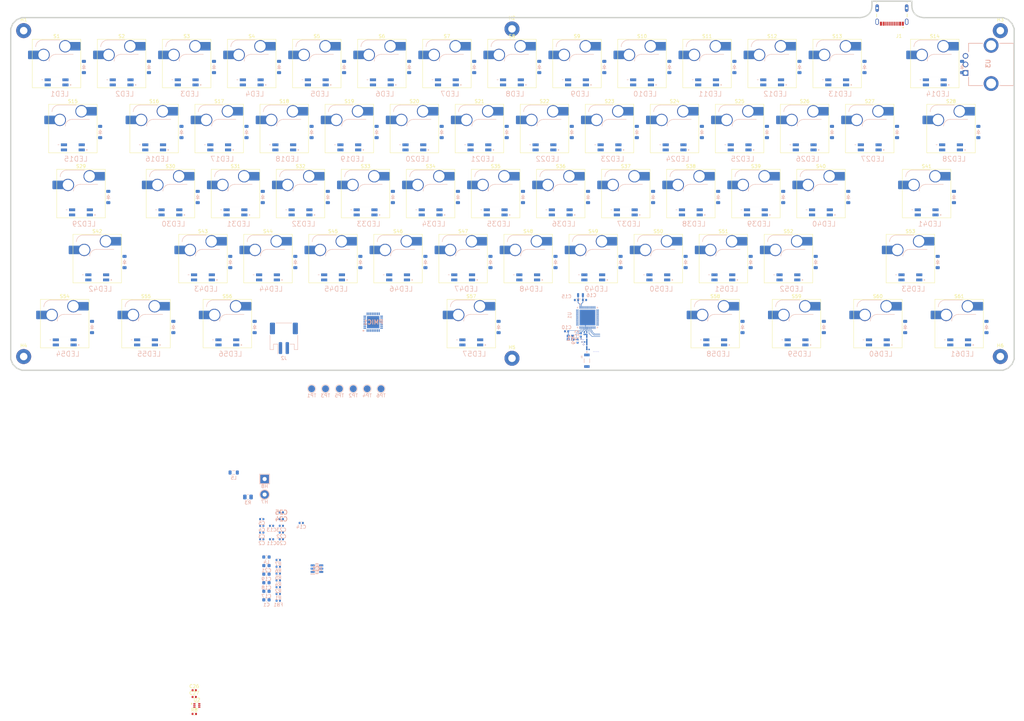
<source format=kicad_pcb>
(kicad_pcb (version 20241229) (generator "pcbnew") (generator_version "9.0")
  (layers (0 "F.Cu" signal) (4 "In1.Cu" signal) (6 "In2.Cu" signal) (2 "B.Cu" signal) (13 "F.Paste" user) (15 "B.Paste" user) (5 "F.SilkS" user "F.Silkscreen") (7 "B.SilkS" user "B.Silkscreen") (1 "F.Mask" user) (3 "B.Mask" user) (25 "Edge.Cuts" user))
  (net 0 "")
  (net 1 "GND")
  (net 2 "VDD")
  (net 3 "Net-(C6-Pad1)")
  (net 4 "Net-(C7-Pad1)")
  (net 5 "/RF")
  (net 6 "/XC1")
  (net 7 "/XC2")
  (net 8 "/DECD")
  (net 9 "/DECA")
  (net 10 "/XL1")
  (net 11 "/XL2")
  (net 12 "/VOUT2")
  (net 13 "VBUS")
  (net 14 "+BATT")
  (net 15 "+3V3")
  (net 16 "/ENC_TERMINAL-A")
  (net 17 "/ENC_TERMINAL-B")
  (net 18 "+5V")
  (net 19 "/ROW_0")
  (net 20 "Net-(D1-A)")
  (net 21 "Net-(D2-A)")
  (net 22 "Net-(D3-A)")
  (net 23 "Net-(D4-A)")
  (net 24 "Net-(D5-A)")
  (net 25 "Net-(D6-A)")
  (net 26 "Net-(D7-A)")
  (net 27 "Net-(D8-A)")
  (net 28 "Net-(D9-A)")
  (net 29 "Net-(D10-A)")
  (net 30 "Net-(D11-A)")
  (net 31 "Net-(D12-A)")
  (net 32 "Net-(D13-A)")
  (net 33 "Net-(D14-A)")
  (net 34 "Net-(D15-A)")
  (net 35 "/ROW_1")
  (net 36 "Net-(D16-A)")
  (net 37 "Net-(D17-A)")
  (net 38 "Net-(D18-A)")
  (net 39 "Net-(D19-A)")
  (net 40 "Net-(D20-A)")
  (net 41 "Net-(D21-A)")
  (net 42 "Net-(D22-A)")
  (net 43 "Net-(D23-A)")
  (net 44 "Net-(D24-A)")
  (net 45 "Net-(D25-A)")
  (net 46 "Net-(D26-A)")
  (net 47 "Net-(D27-A)")
  (net 48 "Net-(D28-A)")
  (net 49 "Net-(D29-A)")
  (net 50 "/ROW_2")
  (net 51 "Net-(D30-A)")
  (net 52 "Net-(D31-A)")
  (net 53 "Net-(D32-A)")
  (net 54 "Net-(D33-A)")
  (net 55 "Net-(D34-A)")
  (net 56 "Net-(D35-A)")
  (net 57 "Net-(D36-A)")
  (net 58 "Net-(D37-A)")
  (net 59 "Net-(D38-A)")
  (net 60 "Net-(D39-A)")
  (net 61 "Net-(D40-A)")
  (net 62 "Net-(D41-A)")
  (net 63 "Net-(D42-A)")
  (net 64 "/ROW_3")
  (net 65 "Net-(D43-A)")
  (net 66 "Net-(D44-A)")
  (net 67 "Net-(D45-A)")
  (net 68 "Net-(D46-A)")
  (net 69 "Net-(D47-A)")
  (net 70 "Net-(D48-A)")
  (net 71 "Net-(D49-A)")
  (net 72 "Net-(D50-A)")
  (net 73 "Net-(D51-A)")
  (net 74 "Net-(D52-A)")
  (net 75 "Net-(D53-A)")
  (net 76 "/ROW_4")
  (net 77 "Net-(D54-A)")
  (net 78 "Net-(D55-A)")
  (net 79 "Net-(D56-A)")
  (net 80 "Net-(D57-A)")
  (net 81 "Net-(D58-A)")
  (net 82 "Net-(D59-A)")
  (net 83 "Net-(D60-A)")
  (net 84 "Net-(D61-A)")
  (net 85 "/USB_MCU_DP")
  (net 86 "/USB_DN")
  (net 87 "/USB_MCU_DN")
  (net 88 "/USP_DP")
  (net 89 "/CC2")
  (net 90 "/CC1")
  (net 93 "/ANT")
  (net 94 "/DCC")
  (net 95 "Net-(PMIC1-SW2)")
  (net 96 "Net-(LED1-DOUT)")
  (net 97 "/LEDs/RGB_DIN_5V")
  (net 98 "Net-(LED2-DOUT)")
  (net 99 "Net-(LED3-DOUT)")
  (net 100 "Net-(LED4-DOUT)")
  (net 101 "Net-(LED5-DOUT)")
  (net 102 "Net-(LED6-DOUT)")
  (net 103 "Net-(LED7-DOUT)")
  (net 104 "Net-(LED8-DOUT)")
  (net 105 "Net-(LED10-DIN)")
  (net 106 "Net-(LED10-DOUT)")
  (net 107 "Net-(LED11-DOUT)")
  (net 108 "Net-(LED12-DOUT)")
  (net 109 "Net-(LED13-DOUT)")
  (net 110 "Net-(LED14-DOUT)")
  (net 111 "Net-(LED15-DOUT)")
  (net 112 "Net-(LED16-DOUT)")
  (net 113 "Net-(LED17-DOUT)")
  (net 114 "Net-(LED18-DOUT)")
  (net 115 "Net-(LED19-DOUT)")
  (net 116 "Net-(LED20-DOUT)")
  (net 117 "Net-(LED21-DOUT)")
  (net 118 "Net-(LED22-DOUT)")
  (net 119 "Net-(LED23-DOUT)")
  (net 120 "Net-(LED24-DOUT)")
  (net 121 "Net-(LED25-DOUT)")
  (net 122 "Net-(LED26-DOUT)")
  (net 123 "Net-(LED27-DOUT)")
  (net 124 "Net-(LED28-DOUT)")
  (net 125 "Net-(LED29-DOUT)")
  (net 126 "Net-(LED30-DOUT)")
  (net 127 "Net-(LED31-DOUT)")
  (net 128 "Net-(LED32-DOUT)")
  (net 129 "Net-(LED33-DOUT)")
  (net 130 "Net-(LED34-DOUT)")
  (net 131 "Net-(LED35-DOUT)")
  (net 132 "Net-(LED36-DOUT)")
  (net 133 "Net-(LED37-DOUT)")
  (net 134 "Net-(LED38-DOUT)")
  (net 135 "Net-(LED39-DOUT)")
  (net 136 "Net-(LED40-DOUT)")
  (net 137 "Net-(LED41-DOUT)")
  (net 138 "Net-(LED42-DOUT)")
  (net 139 "Net-(LED43-DOUT)")
  (net 140 "Net-(LED44-DOUT)")
  (net 141 "Net-(LED45-DOUT)")
  (net 142 "Net-(LED46-DOUT)")
  (net 143 "Net-(LED47-DOUT)")
  (net 144 "Net-(LED48-DOUT)")
  (net 145 "Net-(LED49-DOUT)")
  (net 146 "Net-(LED50-DOUT)")
  (net 147 "Net-(LED51-DOUT)")
  (net 148 "Net-(LED52-DOUT)")
  (net 149 "Net-(LED53-DOUT)")
  (net 150 "Net-(LED54-DOUT)")
  (net 151 "Net-(LED55-DOUT)")
  (net 152 "Net-(LED56-DOUT)")
  (net 153 "Net-(LED57-DOUT)")
  (net 154 "Net-(LED58-DOUT)")
  (net 155 "Net-(LED59-DOUT)")
  (net 156 "Net-(LED60-DOUT)")
  (net 157 "/GPIO0")
  (net 160 "/GPIO4")
  (net 161 "/GPIO2")
  (net 162 "/GPIO1")
  (net 164 "/SDA")
  (net 165 "/SCL")
  (net 166 "/GPIO3")
  (net 167 "/VSET2")
  (net 168 "/SHPHLD")
  (net 170 "Net-(U3-CCW)")
  (net 171 "Net-(U3-CW)")
  (net 172 "Net-(U2-B)")
  (net 173 "/COL_0")
  (net 174 "/COL_1")
  (net 175 "/COL_2")
  (net 176 "/COL_3")
  (net 177 "/COL_4")
  (net 178 "/COL_5")
  (net 179 "/COL_6")
  (net 180 "/COL_7")
  (net 181 "/COL_8")
  (net 182 "/COL_9")
  (net 183 "/COL_10")
  (net 184 "/COL_11")
  (net 185 "/COL_12")
  (net 186 "/COL_13")
  (net 190 "/RGB_DIN_3V3")
  (net 192 "/SWDIO")
  (net 193 "/SWDCLK")
  (net 194 "/RESET")
  (footprint "ScottoKeebs_Hotswap:Hotswap_MX_Plated_1.00u" (layer "F.Cu") (at 156.318 99.568)
    (property "Reference" "S19")
    (property "Value" "Keyswitch")
  )
  (footprint "Capacitor_SMD:C_0402_1005Metric" (layer "F.Cu") (at 110.9035 266.13498)
    (property "Reference" "C27")
    (property "Value" "100nF")
  )
  (footprint "ScottoKeebs_Hotswap:Hotswap_MX_Plated_2.00u" (layer "F.Cu") (at 327.768 80.518)
    (property "Reference" "S14")
    (property "Value" "Keyswitch")
  )
  (footprint "ScottoKeebs_Hotswap:Hotswap_MX_Plated_1.00u" (layer "F.Cu") (at 213.468 99.568)
    (property "Reference" "S22")
    (property "Value" "Keyswitch")
  )
  (footprint "ScottoKeebs_Hotswap:Hotswap_MX_Plated_1.00u" (layer "F.Cu") (at 265.8555 137.668)
    (property "Reference" "S51")
    (property "Value" "Keyswitch")
  )
  (footprint "ScottoKeebs_Hotswap:Hotswap_MX_Plated_1.00u" (layer "F.Cu") (at 175.368 99.568)
    (property "Reference" "S20")
    (property "Value" "Keyswitch")
  )
  (footprint "ScottoKeebs_Hotswap:Hotswap_MX_Plated_1.00u" (layer "F.Cu") (at 161.0805 118.618)
    (property "Reference" "S33")
    (property "Value" "Keyswitch")
  )
  (footprint "ScottoKeebs_Hotswap:Hotswap_MX_Plated_1.00u" (layer "F.Cu") (at 208.7055 137.668)
    (property "Reference" "S48")
    (property "Value" "Keyswitch")
  )
  (footprint "ScottoKeebs_Hotswap:Hotswap_MX_Plated_6.25u" (layer "F.Cu") (at 192.03675 156.718)
    (property "Reference" "S57")
    (property "Value" "Keyswitch")
  )
  (footprint "ScottoKeebs_Hotswap:Hotswap_MX_Plated_1.00u" (layer "F.Cu") (at 151.5555 137.668)
    (property "Reference" "S45")
    (property "Value" "Keyswitch")
  )
  (footprint "MountingHole:MountingHole_2.2mm_M2_Pad" (layer "F.Cu") (at 346.964 70.866)
    (property "Reference" "H3")
    (property "Value" "MountingHole_Pad")
  )
  (footprint "MountingHole:MountingHole_2.2mm_M2_Pad" (layer "F.Cu") (at 203.962 70.358)
    (property "Reference" "H2")
    (property "Value" "MountingHole_Pad")
  )
  (footprint "ScottoKeebs_Hotswap:Hotswap_MX_Plated_1.00u" (layer "F.Cu") (at 199.1805 118.618)
    (property "Reference" "S35")
    (property "Value" "Keyswitch")
  )
  (footprint "ScottoKeebs_Hotswap:Hotswap_MX_Plated_1.00u" (layer "F.Cu") (at 165.843 80.518)
    (property "Reference" "S6")
    (property "Value" "Keyswitch")
  )
  (footprint "ScottoKeebs_Hotswap:Hotswap_MX_Plated_1.00u" (layer "F.Cu") (at 299.193 80.518)
    (property "Reference" "S13")
    (property "Value" "Keyswitch")
  )
  (footprint "ScottoKeebs_Hotswap:Hotswap_MX_Plated_1.00u" (layer "F.Cu") (at 170.6055 137.668)
    (property "Reference" "S46")
    (property "Value" "Keyswitch")
  )
  (footprint "Package_TO_SOT_SMD:SOT-563" (layer "F.Cu") (at 111.6685 268.61498)
    (property "Reference" "U2")
    (property "Value" "TXB0101DRL")
  )
  (footprint "ScottoKeebs_Hotswap:Hotswap_MX_Plated_1.00u" (layer "F.Cu") (at 294.4305 118.618)
    (property "Reference" "S40")
    (property "Value" "Keyswitch")
  )
  (footprint "ScottoKeebs_Hotswap:Hotswap_MX_Plated_2.25u" (layer "F.Cu") (at 82.49925 137.668)
    (property "Reference" "S42")
    (property "Value" "Keyswitch")
  )
  (footprint "ScottoKeebs_Hotswap:Hotswap_MX_Plated_1.00u" (layer "F.Cu") (at 284.9055 137.668)
    (property "Reference" "S52")
    (property "Value" "Keyswitch")
  )
  (footprint "ScottoKeebs_Hotswap:Hotswap_MX_Plated_1.25u" (layer "F.Cu") (at 72.97425 156.718)
    (property "Reference" "S54")
    (property "Value" "Keyswitch")
  )
  (footprint "ScottoKeebs_Hotswap:Hotswap_MX_Plated_1.00u" (layer "F.Cu") (at 280.143 80.518)
    (property "Reference" "S12")
    (property "Value" "Keyswitch")
  )
  (footprint "ScottoKeebs_Hotswap:Hotswap_MX_Plated_1.00u" (layer "F.Cu") (at 227.7555 137.668)
    (property "Reference" "S49")
    (property "Value" "Keyswitch")
  )
  (footprint "ScottoKeebs_Hotswap:Hotswap_MX_Plated_1.00u" (layer "F.Cu") (at 289.668 99.568)
    (property "Reference" "S26")
    (property "Value" "Keyswitch")
  )
  (footprint "SamacSys_Parts:GCT_USB4215-03-A_REVA" (layer "F.Cu") (at 315.214 64.262 180)
    (property "Reference" "J1")
    (property "Value" "USB4215-03-A_REVA" (hide yes))
    (fp_line (start 4.62 0.6) (end 4.62 -0.6) (stroke (width 0.01)) (layer "Edge.Cuts"))
    (fp_line (start 4.02 -0.6) (end 4.02 0.6) (stroke (width 0.01)) (layer "Edge.Cuts"))
    (fp_line (start -4.02 0.6) (end -4.02 -0.6) (stroke (width 0.01)) (layer "Edge.Cuts"))
    (fp_line (start -4.62 -0.6) (end -4.62 0.6) (stroke (width 0.01)) (layer "Edge.Cuts"))
    (fp_arc (start 4.62 0.6) (mid 4.532132 0.812132) (end 4.32 0.9) (stroke (width 0.01)) (layer "Edge.Cuts"))
    (fp_arc (start 4.32 0.9) (mid 4.107868 0.812132) (end 4.02 0.6) (stroke (width 0.01)) (layer "Edge.Cuts"))
    (fp_arc (start 4.32 -0.9) (mid 4.532132 -0.812132) (end 4.62 -0.6) (stroke (width 0.01)) (layer "Edge.Cuts"))
    (fp_arc (start 4.02 -0.6) (mid 4.107868 -0.812132) (end 4.32 -0.9) (stroke (width 0.01)) (layer "Edge.Cuts"))
    (fp_arc (start -4.02 0.6) (mid -4.107868 0.812132) (end -4.32 0.9) (stroke (width 0.01)) (layer "Edge.Cuts"))
    (fp_arc (start -4.32 0.9) (mid -4.532132 0.812132) (end -4.62 0.6) (stroke (width 0.01)) (layer "Edge.Cuts"))
    (fp_arc (start -4.32 -0.9) (mid -4.107868 -0.812132) (end -4.02 -0.6) (stroke (width 0.01)) (layer "Edge.Cuts"))
    (fp_arc (start -4.62 -0.6) (mid -4.532132 -0.812132) (end -4.32 -0.9) (stroke (width 0.01)) (layer "Edge.Cuts"))
  )
  (footprint "ScottoKeebs_Hotswap:Hotswap_MX_Plated_1.00u" (layer "F.Cu") (at 232.518 99.568)
    (property "Reference" "S23")
    (property "Value" "Keyswitch")
  )
  (footprint "ScottoKeebs_Hotswap:Hotswap_MX_Plated_1.00u" (layer "F.Cu") (at 184.893 80.518)
    (property "Reference" "S7")
    (property "Value" "Keyswitch")
  )
  (footprint "ScottoKeebs_Hotswap:Hotswap_MX_Plated_1.00u" (layer "F.Cu") (at 70.593 80.518)
    (property "Reference" "S1")
    (property "Value" "Keyswitch")
  )
  (footprint "ScottoKeebs_Hotswap:Hotswap_MX_Plated_1.50u" (layer "F.Cu") (at 75.3555 99.568)
    (property "Reference" "S15")
    (property "Value" "Keyswitch")
  )
  (footprint "ScottoKeebs_Hotswap:Hotswap_MX_Plated_1.00u" (layer "F.Cu") (at 146.793 80.518)
    (property "Reference" "S5")
    (property "Value" "Keyswitch")
  )
  (footprint "Capacitor_SMD:C_0402_1005Metric" (layer "F.Cu") (at 110.9035 264.16498)
    (property "Reference" "C26")
    (property "Value" "100nF")
  )
  (footprint "ScottoKeebs_Hotswap:Hotswap_MX_Plated_1.00u" (layer "F.Cu") (at 137.268 99.568)
    (property "Reference" "S18")
    (property "Value" "Keyswitch")
  )
  (footprint "ScottoKeebs_Hotswap:Hotswap_MX_Plated_1.00u" (layer "F.Cu") (at 127.743 80.518)
    (property "Reference" "S4")
    (property "Value" "Keyswitch")
  )
  (footprint "ScottoKeebs_Hotswap:Hotswap_MX_Plated_1.25u" (layer "F.Cu") (at 334.91175 156.718)
    (property "Reference" "S61")
    (property "Value" "Keyswitch")
  )
  (footprint "MountingHole:MountingHole_2.2mm_M2_Pad" (layer "F.Cu") (at 60.96 70.866)
    (property "Reference" "H1")
    (property "Value" "MountingHole_Pad")
  )
  (footprint "ScottoKeebs_Hotswap:Hotswap_MX_Plated_1.00u" (layer "F.Cu") (at 99.168 99.568)
    (property "Reference" "S16")
    (property "Value" "Keyswitch")
  )
  (footprint "ScottoKeebs_Hotswap:Hotswap_MX_Plated_1.00u" (layer "F.Cu") (at 246.8055 137.668)
    (property "Reference" "S50")
    (property "Value" "Keyswitch")
  )
  (footprint "ScottoKeebs_Hotswap:Hotswap_MX_Plated_1.00u" (layer "F.Cu") (at 222.993 80.518)
    (property "Reference" "S9")
    (property "Value" "Keyswitch")
  )
  (footprint "ScottoKeebs_Hotswap:Hotswap_MX_Plated_1.00u" (layer "F.Cu") (at 270.618 99.568)
    (property "Reference" "S25")
    (property "Value" "Keyswitch")
  )
  (footprint "ScottoKeebs_Hotswap:Hotswap_MX_Plated_1.00u" (layer "F.Cu") (at 103.9305 118.618)
    (property "Reference" "S30")
    (property "Value" "Keyswitch")
  )
  (footprint "ScottoKeebs_Hotswap:Hotswap_MX_Plated_1.00u" (layer "F.Cu") (at 113.4555 137.668)
    (property "Reference" "S43")
    (property "Value" "Keyswitch")
  )
  (footprint "MountingHole:MountingHole_2.2mm_M2_Pad" (layer "F.Cu") (at 203.962 166.878)
    (property "Reference" "H5")
    (property "Value" "MountingHole_Pad")
  )
  (footprint "ScottoKeebs_Hotswap:Hotswap_MX_Plated_1.00u" (layer "F.Cu") (at 261.093 80.518)
    (property "Reference" "S11")
    (property "Value" "Keyswitch")
  )
  (footprint "ScottoKeebs_Hotswap:Hotswap_MX_Plated_1.75u" (layer "F.Cu") (at 77.73675 118.618)
    (property "Reference" "S29")
    (property "Value" "Keyswitch")
  )
  (footprint "ScottoKeebs_Hotswap:Hotswap_MX_Plated_1.00u" (layer "F.Cu") (at 194.418 99.568)
    (property "Reference" "S21")
    (property "Value" "Keyswitch")
  )
  (footprint "ScottoKeebs_Hotswap:Hotswap_MX_Plated_1.25u" (layer "F.Cu") (at 311.09925 156.718)
    (property "Reference" "S60")
    (property "Value" "Keyswitch")
  )
  (footprint "ScottoKeebs_Hotswap:Hotswap_MX_Plated_1.00u" (layer "F.Cu") (at 142.0305 118.618)
    (property "Reference" "S32")
    (property "Value" "Keyswitch")
  )
  (footprint "ScottoKeebs_Hotswap:Hotswap_MX_Plated_1.00u" (layer "F.Cu") (at 122.9805 118.618)
    (property "Reference" "S31")
    (property "Value" "Keyswitch")
  )
  (footprint "ScottoKeebs_Hotswap:Hotswap_MX_Plated_1.25u" (layer "F.Cu") (at 96.78675 156.718)
    (property "Reference" "S55")
    (property "Value" "Keyswitch")
  )
  (footprint "ScottoKeebs_Hotswap:Hotswap_MX_Plated_1.00u" (layer "F.Cu") (at 275.3805 118.618)
    (property "Reference" "S39")
    (property "Value" "Keyswitch")
  )
  (footprint "MountingHole:MountingHole_2.2mm_M2_Pad" (layer "F.Cu") (at 60.96 166.37)
    (property "Reference" "H4")
    (property "Value" "MountingHole_Pad")
  )
  (footprint "ScottoKeebs_Hotswap:Hotswap_MX_Plated_1.00u" (layer "F.Cu") (at 251.568 99.568)
    (property "Reference" "S24")
    (property "Value" "Keyswitch")
  )
  (footprint "Resistor_SMD:R_0402_1005Metric" (layer "F.Cu") (at 110.9235 271.10498)
    (property "Reference" "R8")
    (property "Value" "300")
  )
  (footprint "ScottoKeebs_Hotswap:Hotswap_MX_Plated_1.00u" (layer "F.Cu") (at 203.943 80.518)
    (property "Reference" "S8")
    (property "Value" "Keyswitch")
  )
  (footprint "ScottoKeebs_Hotswap:Hotswap_MX_Plated_2.25u" (layer "F.Cu") (at 325.38675 118.618)
    (property "Reference" "S41")
    (property "Value" "Keyswitch")
  )
  (footprint "ScottoKeebs_Hotswap:Hotswap_MX_Plated_1.25u" (layer "F.Cu") (at 263.47425 156.718)
    (property "Reference" "S58")
    (property "Value" "Keyswitch")
  )
  (footprint "ScottoKeebs_Hotswap:Hotswap_MX_Plated_2.75u" (layer "F.Cu") (at 320.62425 137.668)
    (property "Reference" "S53")
    (property "Value" "Keyswitch")
  )
  (footprint "ScottoKeebs_Hotswap:Hotswap_MX_Plated_1.00u" (layer "F.Cu") (at 218.2305 118.618)
    (property "Reference" "S36")
    (property "Value" "Keyswitch")
  )
  (footprint "ScottoKeebs_Hotswap:Hotswap_MX_Plated_1.00u" (layer "F.Cu") (at 89.643 80.518)
    (property "Reference" "S2")
    (property "Value" "Keyswitch")
  )
  (footprint "ScottoKeebs_Hotswap:Hotswap_MX_Plated_1.00u" (layer "F.Cu") (at 242.043 80.518)
    (property "Reference" "S10")
    (property "Value" "Keyswitch")
  )
  (footprint "ScottoKeebs_Hotswap:Hotswap_MX_Plated_1.25u" (layer "F.Cu") (at 287.28675 156.718)
    (property "Reference" "S59")
    (property "Value" "Keyswitch")
  )
  (footprint "ScottoKeebs_Hotswap:Hotswap_MX_Plated_1.00u" (layer "F.Cu") (at 132.5055 137.668)
    (property "Reference" "S44")
    (property "Value" "Keyswitch")
  )
  (footprint "ScottoKeebs_Hotswap:Hotswap_MX_Plated_1.00u" (layer "F.Cu") (at 189.6555 137.668)
    (property "Reference" "S47")
    (property "Value" "Keyswitch")
  )
  (footprint "ScottoKeebs_Hotswap:Hotswap_MX_Plated_1.00u" (layer "F.Cu") (at 308.718 99.568)
    (property "Reference" "S27")
    (property "Value" "Keyswitch")
  )
  (footprint "ScottoKeebs_Hotswap:Hotswap_MX_Plated_1.00u" (layer "F.Cu") (at 108.693 80.518)
    (property "Reference" "S3")
    (property "Value" "Keyswitch")
  )
  (footprint "ScottoKeebs_Hotswap:Hotswap_MX_Plated_1.00u" (layer "F.Cu") (at 118.218 99.568)
    (property "Reference" "S17")
    (property "Value" "Keyswitch")
  )
  (footprint "ScottoKeebs_Hotswap:Hotswap_MX_Plated_1.00u" (layer "F.Cu") (at 256.3305 118.618)
    (property "Reference" "S38")
    (property "Value" "Keyswitch")
  )
  (footprint "ScottoKeebs_Hotswap:Hotswap_MX_Plated_1.00u" (layer "F.Cu") (at 237.2805 118.618)
    (property "Reference" "S37")
    (property "Value" "Keyswitch")
  )
  (footprint "ScottoKeebs_Hotswap:Hotswap_MX_Plated_1.50u" (layer "F.Cu") (at 332.5305 99.568)
    (property "Reference" "S28")
    (property "Value" "Keyswitch")
  )
  (footprint "MountingHole:MountingHole_2.2mm_M2_Pad" (layer "F.Cu") (at 346.964 166.37)
    (property "Reference" "H6")
    (property "Value" "MountingHole_Pad")
  )
  (footprint "ScottoKeebs_Hotswap:Hotswap_MX_Plated_1.25u" (layer "F.Cu") (at 120.59925 156.718)
    (property "Reference" "S56")
    (property "Value" "Keyswitch")
  )
  (footprint "ScottoKeebs_Hotswap:Hotswap_MX_Plated_1.00u" (layer "F.Cu") (at 180.1305 118.618)
    (property "Reference" "S34")
    (property "Value" "Keyswitch")
  )
  (footprint "ScottoKeebs_Components:Diode_SOD-123" (layer "B.Cu") (at 207.1805 119.618 90)
    (property "Reference" "D35" (hide yes))
    (property "Value" "Diode")
  )
  (footprint "SamacSys_Parts:LED_SK6812-E" (layer "B.Cu") (at 108.693 86.018)
    (property "Reference" "LED3")
    (property "Value" "SK6812-E")
    (fp_line (start -1.7 -1.5) (end -1.7 1.5) (stroke (width 0.01)) (layer "Edge.Cuts"))
    (fp_line (start -1.7 1.5) (end 1.7 1.5) (stroke (width 0.01)) (layer "Edge.Cuts"))
    (fp_line (start 1.7 -1.5) (end -1.7 -1.5) (stroke (width 0.01)) (layer "Edge.Cuts"))
    (fp_line (start 1.7 1.5) (end 1.7 -1.5) (stroke (width 0.01)) (layer "Edge.Cuts"))
  )
  (footprint "SamacSys_Parts:LED_SK6812-E" (layer "B.Cu") (at 320.62425 143.168)
    (property "Reference" "LED53")
    (property "Value" "SK6812-E")
    (fp_line (start -1.7 -1.5) (end -1.7 1.5) (stroke (width 0.01)) (layer "Edge.Cuts"))
    (fp_line (start -1.7 1.5) (end 1.7 1.5) (stroke (width 0.01)) (layer "Edge.Cuts"))
    (fp_line (start 1.7 -1.5) (end -1.7 -1.5) (stroke (width 0.01)) (layer "Edge.Cuts"))
    (fp_line (start 1.7 1.5) (end 1.7 -1.5) (stroke (width 0.01)) (layer "Edge.Cuts"))
  )
  (footprint "Capacitor_SMD:C_0603_1608Metric" (layer "B.Cu") (at 132.05 237.67)
    (property "Reference" "C1")
    (property "Value" "10uF")
  )
  (footprint "ScottoKeebs_Components:Diode_SOD-123" (layer "B.Cu") (at 173.843 81.518 90)
    (property "Reference" "D6" (hide yes))
    (property "Value" "Diode")
  )
  (footprint "ScottoKeebs_Components:Diode_SOD-123" (layer "B.Cu") (at 107.168 100.568 90)
    (property "Reference" "D16" (hide yes))
    (property "Value" "Diode")
  )
  (footprint "ScottoKeebs_Components:Diode_SOD-123" (layer "B.Cu") (at 230.993 81.518 90)
    (property "Reference" "D9" (hide yes))
    (property "Value" "Diode")
  )
  (footprint "Capacitor_SMD:C_0603_1608Metric" (layer "B.Cu") (at 132.05 232.65)
    (property "Reference" "C18")
    (property "Value" "10uF")
  )
  (footprint "Capacitor_SMD:C_0402_1005Metric" (layer "B.Cu") (at 133.55 219.92)
    (property "Reference" "C11")
    (property "Value" "2.2uF")
  )
  (footprint "SamacSys_Parts:LED_SK6812-E" (layer "B.Cu") (at 120.59925 162.218)
    (property "Reference" "LED56")
    (property "Value" "SK6812-E")
    (fp_line (start -1.7 -1.5) (end -1.7 1.5) (stroke (width 0.01)) (layer "Edge.Cuts"))
    (fp_line (start -1.7 1.5) (end 1.7 1.5) (stroke (width 0.01)) (layer "Edge.Cuts"))
    (fp_line (start 1.7 -1.5) (end -1.7 -1.5) (stroke (width 0.01)) (layer "Edge.Cuts"))
    (fp_line (start 1.7 1.5) (end 1.7 -1.5) (stroke (width 0.01)) (layer "Edge.Cuts"))
  )
  (footprint "SamacSys_Parts:LED_SK6812-E" (layer "B.Cu") (at 265.8555 143.168)
    (property "Reference" "LED51")
    (property "Value" "SK6812-E")
    (fp_line (start -1.7 -1.5) (end -1.7 1.5) (stroke (width 0.01)) (layer "Edge.Cuts"))
    (fp_line (start -1.7 1.5) (end 1.7 1.5) (stroke (width 0.01)) (layer "Edge.Cuts"))
    (fp_line (start 1.7 -1.5) (end -1.7 -1.5) (stroke (width 0.01)) (layer "Edge.Cuts"))
    (fp_line (start 1.7 1.5) (end 1.7 -1.5) (stroke (width 0.01)) (layer "Edge.Cuts"))
  )
  (footprint "TestPoint:TestPoint_Pad_D2.0mm" (layer "B.Cu") (at 165.608 175.818)
    (property "Reference" "TP6")
    (property "Value" "USB_VBUS")
  )
  (footprint "SamacSys_Parts:LED_SK6812-E" (layer "B.Cu") (at 72.97425 162.218)
    (property "Reference" "LED54")
    (property "Value" "SK6812-E")
    (fp_line (start -1.7 -1.5) (end -1.7 1.5) (stroke (width 0.01)) (layer "Edge.Cuts"))
    (fp_line (start -1.7 1.5) (end 1.7 1.5) (stroke (width 0.01)) (layer "Edge.Cuts"))
    (fp_line (start 1.7 -1.5) (end -1.7 -1.5) (stroke (width 0.01)) (layer "Edge.Cuts"))
    (fp_line (start 1.7 1.5) (end 1.7 -1.5) (stroke (width 0.01)) (layer "Edge.Cuts"))
  )
  (footprint "Capacitor_SMD:C_0402_1005Metric" (layer "B.Cu") (at 130.68 219.92)
    (property "Reference" "C2")
    (property "Value" "100nF")
  )
  (footprint "ScottoKeebs_Components:Diode_SOD-123" (layer "B.Cu") (at 178.6055 138.668 90)
    (property "Reference" "D46" (hide yes))
    (property "Value" "Diode")
  )
  (footprint "Capacitor_SMD:C_0603_1608Metric" (layer "B.Cu") (at 132.05 227.63)
    (property "Reference" "C21")
    (property "Value" "10uF")
  )
  (footprint "SamacSys_Parts:LED_SK6812-E" (layer "B.Cu") (at 246.8055 143.168)
    (property "Reference" "LED50")
    (property "Value" "SK6812-E")
    (fp_line (start -1.7 -1.5) (end -1.7 1.5) (stroke (width 0.01)) (layer "Edge.Cuts"))
    (fp_line (start -1.7 1.5) (end 1.7 1.5) (stroke (width 0.01)) (layer "Edge.Cuts"))
    (fp_line (start 1.7 -1.5) (end -1.7 -1.5) (stroke (width 0.01)) (layer "Edge.Cuts"))
    (fp_line (start 1.7 1.5) (end 1.7 -1.5) (stroke (width 0.01)) (layer "Edge.Cuts"))
  )
  (footprint "SamacSys_Parts:LED_SK6812-E" (layer "B.Cu") (at 127.743 86.018)
    (property "Reference" "LED4")
    (property "Value" "SK6812-E")
    (fp_line (start -1.7 -1.5) (end -1.7 1.5) (stroke (width 0.01)) (layer "Edge.Cuts"))
    (fp_line (start -1.7 1.5) (end 1.7 1.5) (stroke (width 0.01)) (layer "Edge.Cuts"))
    (fp_line (start 1.7 -1.5) (end -1.7 -1.5) (stroke (width 0.01)) (layer "Edge.Cuts"))
    (fp_line (start 1.7 1.5) (end 1.7 -1.5) (stroke (width 0.01)) (layer "Edge.Cuts"))
  )
  (footprint "SamacSys_Parts:LED_SK6812-E" (layer "B.Cu") (at 270.618 105.068)
    (property "Reference" "LED25")
    (property "Value" "SK6812-E")
    (fp_line (start -1.7 -1.5) (end -1.7 1.5) (stroke (width 0.01)) (layer "Edge.Cuts"))
    (fp_line (start -1.7 1.5) (end 1.7 1.5) (stroke (width 0.01)) (layer "Edge.Cuts"))
    (fp_line (start 1.7 -1.5) (end -1.7 -1.5) (stroke (width 0.01)) (layer "Edge.Cuts"))
    (fp_line (start 1.7 1.5) (end 1.7 -1.5) (stroke (width 0.01)) (layer "Edge.Cuts"))
  )
  (footprint "TestPoint:TestPoint_Pad_D2.0mm" (layer "B.Cu") (at 161.544 175.818)
    (property "Reference" "TP4")
    (property "Value" "VBUS")
  )
  (footprint "Capacitor_SMD:C_0201_0603Metric" (layer "B.Cu") (at 225.12 159.55 90)
    (property "Reference" "C6" (hide yes))
    (property "Value" "1.5pF" (hide yes))
  )
  (footprint "ScottoKeebs_Components:Diode_SOD-123" (layer "B.Cu") (at 216.7055 138.668 90)
    (property "Reference" "D48" (hide yes))
    (property "Value" "Diode")
  )
  (footprint "ScottoKeebs_Components:Diode_SOD-123" (layer "B.Cu") (at 297.668 100.568 90)
    (property "Reference" "D26" (hide yes))
    (property "Value" "Diode")
  )
  (footprint "Resistor_SMD:R_0402_1005Metric" (layer "B.Cu") (at 135.51 229.97)
    (property "Reference" "R5")
    (property "Value" "10K")
  )
  (footprint "SamacSys_Parts:LED_SK6812-E" (layer "B.Cu") (at 232.518 105.068)
    (property "Reference" "LED23")
    (property "Value" "SK6812-E")
    (fp_line (start -1.7 -1.5) (end -1.7 1.5) (stroke (width 0.01)) (layer "Edge.Cuts"))
    (fp_line (start -1.7 1.5) (end 1.7 1.5) (stroke (width 0.01)) (layer "Edge.Cuts"))
    (fp_line (start 1.7 -1.5) (end -1.7 -1.5) (stroke (width 0.01)) (layer "Edge.Cuts"))
    (fp_line (start 1.7 1.5) (end 1.7 -1.5) (stroke (width 0.01)) (layer "Edge.Cuts"))
  )
  (footprint "Capacitor_SMD:C_0402_1005Metric" (layer "B.Cu") (at 142.24 215.14)
    (property "Reference" "C14")
    (property "Value" "2.2uF")
  )
  (footprint "Capacitor_SMD:C_0402_1005Metric" (layer "B.Cu") (at 224.1 160.04 -90)
    (property "Reference" "C12")
    (property "Value" "2.2nF" (hide yes))
  )
  (footprint "SamacSys_Parts:LED_SK6812-E" (layer "B.Cu") (at 161.0805 124.118)
    (property "Reference" "LED33")
    (property "Value" "SK6812-E")
    (fp_line (start -1.7 -1.5) (end -1.7 1.5) (stroke (width 0.01)) (layer "Edge.Cuts"))
    (fp_line (start -1.7 1.5) (end 1.7 1.5) (stroke (width 0.01)) (layer "Edge.Cuts"))
    (fp_line (start 1.7 -1.5) (end -1.7 -1.5) (stroke (width 0.01)) (layer "Edge.Cuts"))
    (fp_line (start 1.7 1.5) (end 1.7 -1.5) (stroke (width 0.01)) (layer "Edge.Cuts"))
  )
  (footprint "ScottoKeebs_Components:Diode_SOD-123" (layer "B.Cu") (at 254.8055 138.668 90)
    (property "Reference" "D50" (hide yes))
    (property "Value" "Diode")
  )
  (footprint "SamacSys_Parts:LED_SK6812-E" (layer "B.Cu") (at 99.168 105.068)
    (property "Reference" "LED16")
    (property "Value" "SK6812-E")
    (fp_line (start -1.7 -1.5) (end -1.7 1.5) (stroke (width 0.01)) (layer "Edge.Cuts"))
    (fp_line (start -1.7 1.5) (end 1.7 1.5) (stroke (width 0.01)) (layer "Edge.Cuts"))
    (fp_line (start 1.7 -1.5) (end -1.7 -1.5) (stroke (width 0.01)) (layer "Edge.Cuts"))
    (fp_line (start 1.7 1.5) (end 1.7 -1.5) (stroke (width 0.01)) (layer "Edge.Cuts"))
  )
  (footprint "ScottoKeebs_Components:Diode_SOD-123" (layer "B.Cu") (at 240.518 100.568 90)
    (property "Reference" "D23" (hide yes))
    (property "Value" "Diode")
  )
  (footprint "ScottoKeebs_Components:Diode_SOD-123" (layer "B.Cu") (at 288.143 81.518 90)
    (property "Reference" "D12" (hide yes))
    (property "Value" "Diode")
  )
  (footprint "ScottoKeebs_Components:Diode_SOD-123" (layer "B.Cu") (at 128.59925 157.718 90)
    (property "Reference" "D56" (hide yes))
    (property "Value" "Diode")
  )
  (footprint "TestPoint:TestPoint_Pad_D2.0mm" (layer "B.Cu") (at 157.48 175.818)
    (property "Reference" "TP2")
    (property "Value" "VBUSOUT")
  )
  (footprint "SamacSys_Parts:LED_SK6812-E" (layer "B.Cu") (at 151.5555 143.168)
    (property "Reference" "LED45")
    (property "Value" "SK6812-E")
    (fp_line (start -1.7 -1.5) (end -1.7 1.5) (stroke (width 0.01)) (layer "Edge.Cuts"))
    (fp_line (start -1.7 1.5) (end 1.7 1.5) (stroke (width 0.01)) (layer "Edge.Cuts"))
    (fp_line (start 1.7 -1.5) (end -1.7 -1.5) (stroke (width 0.01)) (layer "Edge.Cuts"))
    (fp_line (start 1.7 1.5) (end 1.7 -1.5) (stroke (width 0.01)) (layer "Edge.Cuts"))
  )
  (footprint "ScottoKeebs_Components:Diode_SOD-123" (layer "B.Cu") (at 202.418 100.568 90)
    (property "Reference" "D21" (hide yes))
    (property "Value" "Diode")
  )
  (footprint "SamacSys_Parts:LED_SK6812-E" (layer "B.Cu") (at 311.09925 162.218)
    (property "Reference" "LED60")
    (property "Value" "SK6812-E")
    (fp_line (start -1.7 -1.5) (end -1.7 1.5) (stroke (width 0.01)) (layer "Edge.Cuts"))
    (fp_line (start -1.7 1.5) (end 1.7 1.5) (stroke (width 0.01)) (layer "Edge.Cuts"))
    (fp_line (start 1.7 -1.5) (end -1.7 -1.5) (stroke (width 0.01)) (layer "Edge.Cuts"))
    (fp_line (start 1.7 1.5) (end 1.7 -1.5) (stroke (width 0.01)) (layer "Edge.Cuts"))
  )
  (footprint "ScottoKeebs_Components:Diode_SOD-123" (layer "B.Cu") (at 316.718 100.568 90)
    (property "Reference" "D27" (hide yes))
    (property "Value" "Diode")
  )
  (footprint "SamacSys_Parts:LED_SK6812-E" (layer "B.Cu") (at 237.2805 124.118)
    (property "Reference" "LED37")
    (property "Value" "SK6812-E")
    (fp_line (start -1.7 -1.5) (end -1.7 1.5) (stroke (width 0.01)) (layer "Edge.Cuts"))
    (fp_line (start -1.7 1.5) (end 1.7 1.5) (stroke (width 0.01)) (layer "Edge.Cuts"))
    (fp_line (start 1.7 -1.5) (end -1.7 -1.5) (stroke (width 0.01)) (layer "Edge.Cuts"))
    (fp_line (start 1.7 1.5) (end 1.7 -1.5) (stroke (width 0.01)) (layer "Edge.Cuts"))
  )
  (footprint "ScottoKeebs_Components:Diode_SOD-123" (layer "B.Cu") (at 169.0805 119.618 90)
    (property "Reference" "D33" (hide yes))
    (property "Value" "Diode")
  )
  (footprint "SamacSys_Parts:LED_SK6812-E" (layer "B.Cu") (at 82.49925 143.168)
    (property "Reference" "LED42")
    (property "Value" "SK6812-E")
    (fp_line (start -1.7 -1.5) (end -1.7 1.5) (stroke (width 0.01)) (layer "Edge.Cuts"))
    (fp_line (start -1.7 1.5) (end 1.7 1.5) (stroke (width 0.01)) (layer "Edge.Cuts"))
    (fp_line (start 1.7 -1.5) (end -1.7 -1.5) (stroke (width 0.01)) (layer "Edge.Cuts"))
    (fp_line (start 1.7 1.5) (end 1.7 -1.5) (stroke (width 0.01)) (layer "Edge.Cuts"))
  )
  (footprint "SamacSys_Parts:LED_SK6812-E" (layer "B.Cu") (at 180.1305 124.118)
    (property "Reference" "LED34")
    (property "Value" "SK6812-E")
    (fp_line (start -1.7 -1.5) (end -1.7 1.5) (stroke (width 0.01)) (layer "Edge.Cuts"))
    (fp_line (start -1.7 1.5) (end 1.7 1.5) (stroke (width 0.01)) (layer "Edge.Cuts"))
    (fp_line (start 1.7 -1.5) (end -1.7 -1.5) (stroke (width 0.01)) (layer "Edge.Cuts"))
    (fp_line (start 1.7 1.5) (end 1.7 -1.5) (stroke (width 0.01)) (layer "Edge.Cuts"))
  )
  (footprint "SamacSys_Parts:XDCR_AMCA31-2R450G-S1F-T3" (layer "B.Cu") (at 225.89 167.6 -90)
    (property "Reference" "E1")
    (property "Value" "AMCA31-2R450G-S1F-T3")
  )
  (footprint "ScottoKeebs_Components:Diode_SOD-123" (layer "B.Cu") (at 221.468 100.568 90)
    (property "Reference" "D22" (hide yes))
    (property "Value" "Diode")
  )
  (footprint "Capacitor_SMD:C_0402_1005Metric" (layer "B.Cu") (at 130.68 214.01)
    (property "Reference" "C5")
    (property "Value" "100nF")
  )
  (footprint "ScottoKeebs_Components:Diode_SOD-123" (layer "B.Cu") (at 302.4305 119.618 90)
    (property "Reference" "D40" (hide yes))
    (property "Value" "Diode")
  )
  (footprint "ScottoKeebs_Components:Diode_SOD-123" (layer "B.Cu") (at 292.9055 138.668 90)
    (property "Reference" "D52" (hide yes))
    (property "Value" "Diode")
  )
  (footprint "SamacSys_Parts:LED_SK6812-E" (layer "B.Cu") (at 261.093 86.018)
    (property "Reference" "LED11")
    (property "Value" "SK6812-E")
    (fp_line (start -1.7 -1.5) (end -1.7 1.5) (stroke (width 0.01)) (layer "Edge.Cuts"))
    (fp_line (start -1.7 1.5) (end 1.7 1.5) (stroke (width 0.01)) (layer "Edge.Cuts"))
    (fp_line (start 1.7 -1.5) (end -1.7 -1.5) (stroke (width 0.01)) (layer "Edge.Cuts"))
    (fp_line (start 1.7 1.5) (end 1.7 -1.5) (stroke (width 0.01)) (layer "Edge.Cuts"))
  )
  (footprint "SamacSys_Parts:LED_SK6812-E" (layer "B.Cu") (at 77.73675 124.118)
    (property "Reference" "LED29")
    (property "Value" "SK6812-E")
    (fp_line (start -1.7 -1.5) (end -1.7 1.5) (stroke (width 0.01)) (layer "Edge.Cuts"))
    (fp_line (start -1.7 1.5) (end 1.7 1.5) (stroke (width 0.01)) (layer "Edge.Cuts"))
    (fp_line (start 1.7 -1.5) (end -1.7 -1.5) (stroke (width 0.01)) (layer "Edge.Cuts"))
    (fp_line (start 1.7 1.5) (end 1.7 -1.5) (stroke (width 0.01)) (layer "Edge.Cuts"))
  )
  (footprint "ScottoKeebs_Components:Diode_SOD-123" (layer "B.Cu") (at 250.043 81.518 90)
    (property "Reference" "D10" (hide yes))
    (property "Value" "Diode")
  )
  (footprint "Capacitor_SMD:C_0402_1005Metric" (layer "B.Cu") (at 130.68 215.98)
    (property "Reference" "C4")
    (property "Value" "100nF")
  )
  (footprint "Resistor_SMD:R_0402_1005Metric" (layer "B.Cu") (at 135.51 231.96)
    (property "Reference" "R4")
    (property "Value" "10K")
  )
  (footprint "SamacSys_Parts:LED_SK6812-E" (layer "B.Cu") (at 227.7555 143.168)
    (property "Reference" "LED49")
    (property "Value" "SK6812-E")
    (fp_line (start -1.7 -1.5) (end -1.7 1.5) (stroke (width 0.01)) (layer "Edge.Cuts"))
    (fp_line (start -1.7 1.5) (end 1.7 1.5) (stroke (width 0.01)) (layer "Edge.Cuts"))
    (fp_line (start 1.7 -1.5) (end -1.7 -1.5) (stroke (width 0.01)) (layer "Edge.Cuts"))
    (fp_line (start 1.7 1.5) (end 1.7 -1.5) (stroke (width 0.01)) (layer "Edge.Cuts"))
  )
  (footprint "ScottoKeebs_Components:Diode_SOD-123" (layer "B.Cu") (at 130.9805 119.618 90)
    (property "Reference" "D31" (hide yes))
    (property "Value" "Diode")
  )
  (footprint "SamacSys_Parts:LED_SK6812-E" (layer "B.Cu") (at 327.768 86.018)
    (property "Reference" "LED14")
    (property "Value" "SK6812-E")
    (fp_line (start -1.7 -1.5) (end -1.7 1.5) (stroke (width 0.01)) (layer "Edge.Cuts"))
    (fp_line (start -1.7 1.5) (end 1.7 1.5) (stroke (width 0.01)) (layer "Edge.Cuts"))
    (fp_line (start 1.7 -1.5) (end -1.7 -1.5) (stroke (width 0.01)) (layer "Edge.Cuts"))
    (fp_line (start 1.7 1.5) (end 1.7 -1.5) (stroke (width 0.01)) (layer "Edge.Cuts"))
  )
  (footprint "Capacitor_SMD:C_0402_1005Metric" (layer "B.Cu") (at 136.42 215.98)
    (property "Reference" "C23")
    (property "Value" "100nF")
  )
  (footprint "Capacitor_SMD:C_0402_1005Metric" (layer "B.Cu") (at 223.17 161.84 -90)
    (property "Reference" "C9")
    (property "Value" "8pF" (hide yes))
  )
  (footprint "SamacSys_Parts:LED_SK6812-E" (layer "B.Cu") (at 218.2305 124.118)
    (property "Reference" "LED36")
    (property "Value" "SK6812-E")
    (fp_line (start -1.7 -1.5) (end -1.7 1.5) (stroke (width 0.01)) (layer "Edge.Cuts"))
    (fp_line (start -1.7 1.5) (end 1.7 1.5) (stroke (width 0.01)) (layer "Edge.Cuts"))
    (fp_line (start 1.7 -1.5) (end -1.7 -1.5) (stroke (width 0.01)) (layer "Edge.Cuts"))
    (fp_line (start 1.7 1.5) (end 1.7 -1.5) (stroke (width 0.01)) (layer "Edge.Cuts"))
  )
  (footprint "TestPoint:TestPoint_Pad_D2.0mm" (layer "B.Cu") (at 149.352 175.818)
    (property "Reference" "TP3")
    (property "Value" "5V")
  )
  (footprint "Inductor_SMD:L_0603_1608Metric" (layer "B.Cu") (at 132.05 225.12)
    (property "Reference" "L4")
    (property "Value" "4.7uH")
  )
  (footprint "Capacitor_SMD:C_0402_1005Metric" (layer "B.Cu") (at 136.42 217.95)
    (property "Reference" "C22")
    (property "Value" "100nF")
  )
  (footprint "ScottoKeebs_Components:Diode_SOD-123" (layer "B.Cu") (at 183.368 100.568 90)
    (property "Reference" "D20" (hide yes))
    (property "Value" "Diode")
  )
  (footprint "ScottoKeebs_Components:Diode_SOD-123" (layer "B.Cu") (at 104.78675 157.718 90)
    (property "Reference" "D55" (hide yes))
    (property "Value" "Diode")
  )
  (footprint "ScottoKeebs_Components:Diode_SOD-123" (layer "B.Cu") (at 97.643 81.518 90)
    (property "Reference" "D2" (hide yes))
    (property "Value" "Diode")
  )
  (footprint "ScottoKeebs_Components:Diode_SOD-123" (layer "B.Cu") (at 319.09925 157.718 90)
    (property "Reference" "D60" (hide yes))
    (property "Value" "Diode")
  )
  (footprint "SamacSys_Parts:LED_SK6812-E" (layer "B.Cu") (at 275.3805 124.118)
    (property "Reference" "LED39")
    (property "Value" "SK6812-E")
    (fp_line (start -1.7 -1.5) (end -1.7 1.5) (stroke (width 0.01)) (layer "Edge.Cuts"))
    (fp_line (start -1.7 1.5) (end 1.7 1.5) (stroke (width 0.01)) (layer "Edge.Cuts"))
    (fp_line (start 1.7 -1.5) (end -1.7 -1.5) (stroke (width 0.01)) (layer "Edge.Cuts"))
    (fp_line (start 1.7 1.5) (end 1.7 -1.5) (stroke (width 0.01)) (layer "Edge.Cuts"))
  )
  (footprint "Resistor_SMD:R_0402_1005Metric" (layer "B.Cu") (at 135.51 227.98)
    (property "Reference" "R6")
    (property "Value" "10K")
  )
  (footprint "SamacSys_Parts:LED_SK6812-E" (layer "B.Cu") (at 325.38675 124.118)
    (property "Reference" "LED41")
    (property "Value" "SK6812-E")
    (fp_line (start -1.7 -1.5) (end -1.7 1.5) (stroke (width 0.01)) (layer "Edge.Cuts"))
    (fp_line (start -1.7 1.5) (end 1.7 1.5) (stroke (width 0.01)) (layer "Edge.Cuts"))
    (fp_line (start 1.7 -1.5) (end -1.7 -1.5) (stroke (width 0.01)) (layer "Edge.Cuts"))
    (fp_line (start 1.7 1.5) (end 1.7 -1.5) (stroke (width 0.01)) (layer "Edge.Cuts"))
  )
  (footprint "ScottoKeebs_Components:Diode_SOD-123" (layer "B.Cu") (at 145.268 100.568 90)
    (property "Reference" "D18" (hide yes))
    (property "Value" "Diode")
  )
  (footprint "SamacSys_Parts:LED_SK6812-E" (layer "B.Cu") (at 89.643 86.018)
    (property "Reference" "LED2")
    (property "Value" "SK6812-E")
    (fp_line (start -1.7 -1.5) (end -1.7 1.5) (stroke (width 0.01)) (layer "Edge.Cuts"))
    (fp_line (start -1.7 1.5) (end 1.7 1.5) (stroke (width 0.01)) (layer "Edge.Cuts"))
    (fp_line (start 1.7 -1.5) (end -1.7 -1.5) (stroke (width 0.01)) (layer "Edge.Cuts"))
    (fp_line (start 1.7 1.5) (end 1.7 -1.5) (stroke (width 0.01)) (layer "Edge.Cuts"))
  )
  (footprint "SamacSys_Parts:LED_SK6812-E" (layer "B.Cu") (at 165.843 86.018)
    (property "Reference" "LED6")
    (property "Value" "SK6812-E")
    (fp_line (start -1.7 -1.5) (end -1.7 1.5) (stroke (width 0.01)) (layer "Edge.Cuts"))
    (fp_line (start -1.7 1.5) (end 1.7 1.5) (stroke (width 0.01)) (layer "Edge.Cuts"))
    (fp_line (start 1.7 -1.5) (end -1.7 -1.5) (stroke (width 0.01)) (layer "Edge.Cuts"))
    (fp_line (start 1.7 1.5) (end 1.7 -1.5) (stroke (width 0.01)) (layer "Edge.Cuts"))
  )
  (footprint "ScottoKeebs_Components:Diode_SOD-123" (layer "B.Cu") (at 273.8555 138.668 90)
    (property "Reference" "D51" (hide yes))
    (property "Value" "Diode")
  )
  (footprint "ScottoKeebs_Components:Diode_SOD-123" (layer "B.Cu") (at 259.568 100.568 90)
    (property "Reference" "D24" (hide yes))
    (property "Value" "Diode")
  )
  (footprint "Resistor_SMD:R_0402_1005Metric" (layer "B.Cu") (at 135.51 233.95)
    (property "Reference" "R2")
    (property "Value" "10k")
  )
  (footprint "ScottoKeebs_Components:Diode_SOD-123" (layer "B.Cu") (at 245.2805 119.618 90)
    (property "Reference" "D37" (hide yes))
    (property "Value" "Diode")
  )
  (footprint "ScottoKeebs_Components:Diode_SOD-123" (layer "B.Cu") (at 335.768 81.518 90)
    (property "Reference" "D14" (hide yes))
    (property "Value" "Diode")
  )
  (footprint "SamacSys_Parts:LED_SK6812-E" (layer "B.Cu") (at 189.6555 143.168)
    (property "Reference" "LED47")
    (property "Value" "SK6812-E")
    (fp_line (start -1.7 -1.5) (end -1.7 1.5) (stroke (width 0.01)) (layer "Edge.Cuts"))
    (fp_line (start -1.7 1.5) (end 1.7 1.5) (stroke (width 0.01)) (layer "Edge.Cuts"))
    (fp_line (start 1.7 -1.5) (end -1.7 -1.5) (stroke (width 0.01)) (layer "Edge.Cuts"))
    (fp_line (start 1.7 1.5) (end 1.7 -1.5) (stroke (width 0.01)) (layer "Edge.Cuts"))
  )
  (footprint "SamacSys_Parts:LED_SK6812-E" (layer "B.Cu") (at 118.218 105.068)
    (property "Reference" "LED17")
    (property "Value" "SK6812-E")
    (fp_line (start -1.7 -1.5) (end -1.7 1.5) (stroke (width 0.01)) (layer "Edge.Cuts"))
    (fp_line (start -1.7 1.5) (end 1.7 1.5) (stroke (width 0.01)) (layer "Edge.Cuts"))
    (fp_line (start 1.7 -1.5) (end -1.7 -1.5) (stroke (width 0.01)) (layer "Edge.Cuts"))
    (fp_line (start 1.7 1.5) (end 1.7 -1.5) (stroke (width 0.01)) (layer "Edge.Cuts"))
  )
  (footprint "ScottoKeebs_Components:Diode_SOD-123" (layer "B.Cu") (at 83.3555 100.568 90)
    (property "Reference" "D15" (hide yes))
    (property "Value" "Diode")
  )
  (footprint "Capacitor_SMD:C_0402_1005Metric" (layer "B.Cu") (at 222.84 149.81)
    (property "Reference" "C15")
    (property "Value" "8pF" (hide yes))
  )
  (footprint "Inductor_SMD:L_0402_1005Metric" (layer "B.Cu") (at 135.51 237.93)
    (property "Reference" "FB1")
    (property "Value" "120")
  )
  (footprint "SamacSys_Parts:LED_SK6812-E" (layer "B.Cu") (at 194.418 105.068)
    (property "Reference" "LED21")
    (property "Value" "SK6812-E")
    (fp_line (start -1.7 -1.5) (end -1.7 1.5) (stroke (width 0.01)) (layer "Edge.Cuts"))
    (fp_line (start -1.7 1.5) (end 1.7 1.5) (stroke (width 0.01)) (layer "Edge.Cuts"))
    (fp_line (start 1.7 -1.5) (end -1.7 -1.5) (stroke (width 0.01)) (layer "Edge.Cuts"))
    (fp_line (start 1.7 1.5) (end 1.7 -1.5) (stroke (width 0.01)) (layer "Edge.Cuts"))
  )
  (footprint "ScottoKeebs_Components:Diode_SOD-123" (layer "B.Cu") (at 200.03675 157.718 90)
    (property "Reference" "D57" (hide yes))
    (property "Value" "Diode")
  )
  (footprint "SamacSys_Parts:PES1242SN0024" (layer "B.Cu") (at 336.7705 83.272 90)
    (property "Reference" "U3")
    (property "Value" "PES12-42S-N0024" (hide yes))
  )
  (footprint "SamacSys_Parts:LED_SK6812-E" (layer "B.Cu") (at 192.03675 162.218)
    (property "Reference" "LED57")
    (property "Value" "SK6812-E")
    (fp_line (start -1.7 -1.5) (end -1.7 1.5) (stroke (width 0.01)) (layer "Edge.Cuts"))
    (fp_line (start -1.7 1.5) (end 1.7 1.5) (stroke (width 0.01)) (layer "Edge.Cuts"))
    (fp_line (start 1.7 -1.5) (end -1.7 -1.5) (stroke (width 0.01)) (layer "Edge.Cuts"))
    (fp_line (start 1.7 1.5) (end 1.7 -1.5) (stroke (width 0.01)) (layer "Edge.Cuts"))
  )
  (footprint "ScottoKeebs_Components:Diode_SOD-123" (layer "B.Cu") (at 90.49925 138.668 90)
    (property "Reference" "D42" (hide yes))
    (property "Value" "Diode")
  )
  (footprint "Resistor_SMD:R_0805_2012Metric" (layer "B.Cu") (at 126.64 207.53)
    (property "Reference" "R3")
    (property "Value" "250k")
  )
  (footprint "Capacitor_SMD:C_0603_1608Metric" (layer "B.Cu") (at 132.05 235.16)
    (property "Reference" "C17")
    (property "Value" "10uF")
  )
  (footprint "ScottoKeebs_Components:Diode_SOD-123" (layer "B.Cu") (at 111.9305 119.618 90)
    (property "Reference" "D30" (hide yes))
    (property "Value" "Diode")
  )
  (footprint "ScottoKeebs_Components:Diode_SOD-123" (layer "B.Cu") (at 340.5305 100.568 90)
    (property "Reference" "D28" (hide yes))
    (property "Value" "Diode")
  )
  (footprint "SamacSys_Parts:LED_SK6812-E" (layer "B.Cu") (at 75.3555 105.068)
    (property "Reference" "LED15")
    (property "Value" "SK6812-E")
    (fp_line (start -1.7 -1.5) (end -1.7 1.5) (stroke (width 0.01)) (layer "Edge.Cuts"))
    (fp_line (start -1.7 1.5) (end 1.7 1.5) (stroke (width 0.01)) (layer "Edge.Cuts"))
    (fp_line (start 1.7 -1.5) (end -1.7 -1.5) (stroke (width 0.01)) (layer "Edge.Cuts"))
    (fp_line (start 1.7 1.5) (end 1.7 -1.5) (stroke (width 0.01)) (layer "Edge.Cuts"))
  )
  (footprint "SamacSys_Parts:CAPC1005X55N" (layer "B.Cu") (at 136.42 212.04)
    (property "Reference" "C25")
    (property "Value" "10nF" (hide yes))
  )
  (footprint "ScottoKeebs_Components:Diode_SOD-123" (layer "B.Cu") (at 135.743 81.518 90)
    (property "Reference" "D4" (hide yes))
    (property "Value" "Diode")
  )
  (footprint "ScottoKeebs_Components:Diode_SOD-123" (layer "B.Cu") (at 295.28675 157.718 90)
    (property "Reference" "D59" (hide yes))
    (property "Value" "Diode")
  )
  (footprint "Capacitor_SMD:C_0201_0603Metric" (layer "B.Cu") (at 225.515 162.1 180)
    (property "Reference" "C7" (hide yes))
    (property "Value" "2.0pF" (hide yes))
  )
  (footprint "TestPoint:TestPoint_THTPad_2.5x2.5mm_Drill1.2mm" (layer "B.Cu") (at 131.52 202.26)
    (property "Reference" "H8")
    (property "Value" "GND")
  )
  (footprint "ScottoKeebs_Components:Diode_SOD-123" (layer "B.Cu") (at 78.593 81.518 90)
    (property "Reference" "D1" (hide yes))
    (property "Value" "Diode")
  )
  (footprint "SamacSys_Parts:LED_SK6812-E" (layer "B.Cu") (at 242.043 86.018)
    (property "Reference" "LED10")
    (property "Value" "SK6812-E")
    (fp_line (start -1.7 -1.5) (end -1.7 1.5) (stroke (width 0.01)) (layer "Edge.Cuts"))
    (fp_line (start -1.7 1.5) (end 1.7 1.5) (stroke (width 0.01)) (layer "Edge.Cuts"))
    (fp_line (start 1.7 -1.5) (end -1.7 -1.5) (stroke (width 0.01)) (layer "Edge.Cuts"))
    (fp_line (start 1.7 1.5) (end 1.7 -1.5) (stroke (width 0.01)) (layer "Edge.Cuts"))
  )
  (footprint "Connector_JST:JST_PH_S2B-PH-SM4-TB_1x02-1MP_P2.00mm_Horizontal" (layer "B.Cu") (at 137.16 161.036)
    (property "Reference" "J2")
    (property "Value" "Conn_02x01_MountingPin")
  )
  (footprint "SamacSys_Parts:LED_SK6812-E" (layer "B.Cu") (at 263.47425 162.218)
    (property "Reference" "LED58")
    (property "Value" "SK6812-E")
    (fp_line (start -1.7 -1.5) (end -1.7 1.5) (stroke (width 0.01)) (layer "Edge.Cuts"))
    (fp_line (start -1.7 1.5) (end 1.7 1.5) (stroke (width 0.01)) (layer "Edge.Cuts"))
    (fp_line (start 1.7 -1.5) (end -1.7 -1.5) (stroke (width 0.01)) (layer "Edge.Cuts"))
    (fp_line (start 1.7 1.5) (end 1.7 -1.5) (stroke (width 0.01)) (layer "Edge.Cuts"))
  )
  (footprint "SamacSys_Parts:LED_SK6812-E" (layer "B.Cu") (at 113.4555 143.168)
    (property "Reference" "LED43")
    (property "Value" "SK6812-E")
    (fp_line (start -1.7 -1.5) (end -1.7 1.5) (stroke (width 0.01)) (layer "Edge.Cuts"))
    (fp_line (start -1.7 1.5) (end 1.7 1.5) (stroke (width 0.01)) (layer "Edge.Cuts"))
    (fp_line (start 1.7 -1.5) (end -1.7 -1.5) (stroke (width 0.01)) (layer "Edge.Cuts"))
    (fp_line (start 1.7 1.5) (end 1.7 -1.5) (stroke (width 0.01)) (layer "Edge.Cuts"))
  )
  (footprint "ScottoKeebs_Components:Diode_SOD-123" (layer "B.Cu") (at 188.1305 119.618 90)
    (property "Reference" "D34" (hide yes))
    (property "Value" "Diode")
  )
  (footprint "ScottoKeebs_Components:Diode_SOD-123" (layer "B.Cu") (at 328.62425 138.668 90)
    (property "Reference" "D53" (hide yes))
    (property "Value" "Diode")
  )
  (footprint "SamacSys_Parts:LED_SK6812-E" (layer "B.Cu") (at 332.5305 105.068)
    (property "Reference" "LED28")
    (property "Value" "SK6812-E")
    (fp_line (start -1.7 -1.5) (end -1.7 1.5) (stroke (width 0.01)) (layer "Edge.Cuts"))
    (fp_line (start -1.7 1.5) (end 1.7 1.5) (stroke (width 0.01)) (layer "Edge.Cuts"))
    (fp_line (start 1.7 -1.5) (end -1.7 -1.5) (stroke (width 0.01)) (layer "Edge.Cuts"))
    (fp_line (start 1.7 1.5) (end 1.7 -1.5) (stroke (width 0.01)) (layer "Edge.Cuts"))
  )
  (footprint "ScottoKeebs_Components:Diode_SOD-123" (layer "B.Cu") (at 211.943 81.518 90)
    (property "Reference" "D8" (hide yes))
    (property "Value" "Diode")
  )
  (footprint "SamacSys_Parts:LED_SK6812-E" (layer "B.Cu") (at 184.893 86.018)
    (property "Reference" "LED7")
    (property "Value" "SK6812-E")
    (fp_line (start -1.7 -1.5) (end -1.7 1.5) (stroke (width 0.01)) (layer "Edge.Cuts"))
    (fp_line (start -1.7 1.5) (end 1.7 1.5) (stroke (width 0.01)) (layer "Edge.Cuts"))
    (fp_line (start 1.7 -1.5) (end -1.7 -1.5) (stroke (width 0.01)) (layer "Edge.Cuts"))
    (fp_line (start 1.7 1.5) (end 1.7 -1.5) (stroke (width 0.01)) (layer "Edge.Cuts"))
  )
  (footprint "SamacSys_Parts:LED_SK6812-E" (layer "B.Cu") (at 299.193 86.018)
    (property "Reference" "LED13")
    (property "Value" "SK6812-E")
    (fp_line (start -1.7 -1.5) (end -1.7 1.5) (stroke (width 0.01)) (layer "Edge.Cuts"))
    (fp_line (start -1.7 1.5) (end 1.7 1.5) (stroke (width 0.01)) (layer "Edge.Cuts"))
    (fp_line (start 1.7 -1.5) (end -1.7 -1.5) (stroke (width 0.01)) (layer "Edge.Cuts"))
    (fp_line (start 1.7 1.5) (end 1.7 -1.5) (stroke (width 0.01)) (layer "Edge.Cuts"))
  )
  (footprint "ScottoKeebs_Components:Diode_SOD-123" (layer "B.Cu") (at 85.73675 119.618 90)
    (property "Reference" "D29" (hide yes))
    (property "Value" "Diode")
  )
  (footprint "TestPoint:TestPoint_THTPad_D2.5mm_Drill1.2mm" (layer "B.Cu") (at 131.52 206.81)
    (property "Reference" "H7")
    (property "Value" "+BATT")
  )
  (footprint "ScottoKeebs_Components:Diode_SOD-123" (layer "B.Cu") (at 150.0305 119.618 90)
    (property "Reference" "D32" (hide yes))
    (property "Value" "Diode")
  )
  (footprint "SamacSys_Parts:LED_SK6812-E" (layer "B.Cu") (at 287.28675 162.218)
    (property "Reference" "LED59")
    (property "Value" "SK6812-E")
    (fp_line (start -1.7 -1.5) (end -1.7 1.5) (stroke (width 0.01)) (layer "Edge.Cuts"))
    (fp_line (start -1.7 1.5) (end 1.7 1.5) (stroke (width 0.01)) (layer "Edge.Cuts"))
    (fp_line (start 1.7 -1.5) (end -1.7 -1.5) (stroke (width 0.01)) (layer "Edge.Cuts"))
    (fp_line (start 1.7 1.5) (end 1.7 -1.5) (stroke (width 0.01)) (layer "Edge.Cuts"))
  )
  (footprint "Resistor_SMD:R_0402_1005Metric" (layer "B.Cu") (at 135.51 225.99)
    (property "Reference" "R7")
    (property "Value" "10K")
  )
  (footprint "ScottoKeebs_Components:Diode_SOD-123" (layer "B.Cu") (at 271.47425 157.718 90)
    (property "Reference" "D58" (hide yes))
    (property "Value" "Diode")
  )
  (footprint "SamacSys_Parts:LED_SK6812-E" (layer "B.Cu") (at 294.4305 124.118)
    (property "Reference" "LED40")
    (property "Value" "SK6812-E")
    (fp_line (start -1.7 -1.5) (end -1.7 1.5) (stroke (width 0.01)) (layer "Edge.Cuts"))
    (fp_line (start -1.7 1.5) (end 1.7 1.5) (stroke (width 0.01)) (layer "Edge.Cuts"))
    (fp_line (start 1.7 -1.5) (end -1.7 -1.5) (stroke (width 0.01)) (layer "Edge.Cuts"))
    (fp_line (start 1.7 1.5) (end 1.7 -1.5) (stroke (width 0.01)) (layer "Edge.Cuts"))
  )
  (footprint "TestPoint:TestPoint_Pad_D2.0mm" (layer "B.Cu") (at 145.288 175.818)
    (property "Reference" "TP1")
    (property "Value" "USB_VBUS")
  )
  (footprint "SamacSys_Parts:LED_SK6812-E" (layer "B.Cu") (at 122.9805 124.118)
    (property "Reference" "LED31")
    (property "Value" "SK6812-E")
    (fp_line (start -1.7 -1.5) (end -1.7 1.5) (stroke (width 0.01)) (layer "Edge.Cuts"))
    (fp_line (start -1.7 1.5) (end 1.7 1.5) (stroke (width 0.01)) (layer "Edge.Cuts"))
    (fp_line (start 1.7 -1.5) (end -1.7 -1.5) (stroke (width 0.01)) (layer "Edge.Cuts"))
    (fp_line (start 1.7 1.5) (end 1.7 -1.5) (stroke (width 0.01)) (layer "Edge.Cuts"))
  )
  (footprint "SamacSys_Parts:LED_SK6812-E" (layer "B.Cu") (at 334.91175 162.218)
    (property "Reference" "LED61")
    (property "Value" "SK6812-E")
    (fp_line (start -1.7 -1.5) (end -1.7 1.5) (stroke (width 0.01)) (layer "Edge.Cuts"))
    (fp_line (start -1.7 1.5) (end 1.7 1.5) (stroke (width 0.01)) (layer "Edge.Cuts"))
    (fp_line (start 1.7 -1.5) (end -1.7 -1.5) (stroke (width 0.01)) (layer "Edge.Cuts"))
    (fp_line (start 1.7 1.5) (end 1.7 -1.5) (stroke (width 0.01)) (layer "Edge.Cuts"))
  )
  (footprint "SamacSys_Parts:LED_SK6812-E" (layer "B.Cu") (at 213.468 105.068)
    (property "Reference" "LED22")
    (property "Value" "SK6812-E")
    (fp_line (start -1.7 -1.5) (end -1.7 1.5) (stroke (width 0.01)) (layer "Edge.Cuts"))
    (fp_line (start -1.7 1.5) (end 1.7 1.5) (stroke (width 0.01)) (layer "Edge.Cuts"))
    (fp_line (start 1.7 -1.5) (end -1.7 -1.5) (stroke (width 0.01)) (layer "Edge.Cuts"))
    (fp_line (start 1.7 1.5) (end 1.7 -1.5) (stroke (width 0.01)) (layer "Edge.Cuts"))
  )
  (footprint "SamacSys_Parts:LED_SK6812-E" (layer "B.Cu") (at 146.793 86.018)
    (property "Reference" "LED5")
    (property "Value" "SK6812-E")
    (fp_line (start -1.7 -1.5) (end -1.7 1.5) (stroke (width 0.01)) (layer "Edge.Cuts"))
    (fp_line (start -1.7 1.5) (end 1.7 1.5) (stroke (width 0.01)) (layer "Edge.Cuts"))
    (fp_line (start 1.7 -1.5) (end -1.7 -1.5) (stroke (width 0.01)) (layer "Edge.Cuts"))
    (fp_line (start 1.7 1.5) (end 1.7 -1.5) (stroke (width 0.01)) (layer "Edge.Cuts"))
  )
  (footprint "Capacitor_SMD:C_0402_1005Metric" (layer "B.Cu") (at 136.42 219.92)
    (property "Reference" "C20")
    (property "Value" "2.2uF")
  )
  (footprint "SamacSys_Parts:SOT95P280X145-6N" (layer "B.Cu") (at 146.84 228.525)
    (property "Reference" "IC1")
    (property "Value" "USBLC6-2SC6" (hide yes))
  )
  (footprint "SamacSys_Parts:LED_SK6812-E" (layer "B.Cu") (at 132.5055 143.168)
    (property "Reference" "LED44")
    (property "Value" "SK6812-E")
    (fp_line (start -1.7 -1.5) (end -1.7 1.5) (stroke (width 0.01)) (layer "Edge.Cuts"))
    (fp_line (start -1.7 1.5) (end 1.7 1.5) (stroke (width 0.01)) (layer "Edge.Cuts"))
    (fp_line (start 1.7 -1.5) (end -1.7 -1.5) (stroke (width 0.01)) (layer "Edge.Cuts"))
    (fp_line (start 1.7 1.5) (end 1.7 -1.5) (stroke (width 0.01)) (layer "Edge.Cuts"))
  )
  (footprint "ScottoKeebs_Components:Diode_SOD-123" (layer "B.Cu") (at 307.193 81.518 90)
    (property "Reference" "D13" (hide yes))
    (property "Value" "Diode")
  )
  (footprint "SamacSys_Parts:XTAL_ECS-.327-7-12-TR" (layer "B.Cu") (at 224.02 148.35)
    (property "Reference" "Y2")
    (property "Value" "ECS-.327-7-12-TR")
  )
  (footprint "SamacSys_Parts:CAPC1005X55N" (layer "B.Cu") (at 136.42 214.01)
    (property "Reference" "C24")
    (property "Value" "10nF" (hide yes))
  )
  (footprint "SamacSys_Parts:LED_SK6812-E" (layer "B.Cu") (at 170.6055 143.168)
    (property "Reference" "LED46")
    (property "Value" "SK6812-E")
    (fp_line (start -1.7 -1.5) (end -1.7 1.5) (stroke (width 0.01)) (layer "Edge.Cuts"))
    (fp_line (start -1.7 1.5) (end 1.7 1.5) (stroke (width 0.01)) (layer "Edge.Cuts"))
    (fp_line (start 1.7 -1.5) (end -1.7 -1.5) (stroke (width 0.01)) (layer "Edge.Cuts"))
    (fp_line (start 1.7 1.5) (end 1.7 -1.5) (stroke (width 0.01)) (layer "Edge.Cuts"))
  )
  (footprint "ScottoKeebs_Components:Diode_SOD-123" (layer "B.Cu") (at 121.4555 138.668 90)
    (property "Reference" "D43" (hide yes))
    (property "Value" "Diode")
  )
  (footprint "Capacitor_SMD:C_0402_1005Metric" (layer "B.Cu") (at 219.95 158.97 180)
    (property "Reference" "C10")
    (property "Value" "8pF" (hide yes))
  )
  (footprint "ScottoKeebs_Components:Diode_SOD-123" (layer "B.Cu") (at 278.618 100.568 90)
    (property "Reference" "D25" (hide yes))
    (property "Value" "Diode")
  )
  (footprint "SamacSys_Parts:QFN50P500X500X90-33N" (layer "B.Cu") (at 163.31 156.3)
    (property "Reference" "PMIC1")
    (property "Value" "NPM1300-QEAA-R" (hide yes))
  )
  (footprint "SamacSys_Parts:LED_SK6812-E" (layer "B.Cu") (at 256.3305 124.118)
    (property "Reference" "LED38")
    (property "Value" "SK6812-E")
    (fp_line (start -1.7 -1.5) (end -1.7 1.5) (stroke (width 0.01)) (layer "Edge.Cuts"))
    (fp_line (start -1.7 1.5) (end 1.7 1.5) (stroke (width 0.01)) (layer "Edge.Cuts"))
    (fp_line (start 1.7 -1.5) (end -1.7 -1.5) (stroke (width 0.01)) (layer "Edge.Cuts"))
    (fp_line (start 1.7 1.5) (end 1.7 -1.5) (stroke (width 0.01)) (layer "Edge.Cuts"))
  )
  (footprint "Capacitor_SMD:C_0402_1005Metric" (layer "B.Cu") (at 225.2 149.8 180)
    (property "Reference" "C16")
    (property "Value" "8pF" (hide yes))
  )
  (footprint "Capacitor_SMD:C_0402_1005Metric" (layer "B.Cu") (at 133.55 215.98)
    (property "Reference" "C13")
    (property "Value" "10nF")
  )
  (footprint "Capacitor_SMD:C_0201_0603Metric" (layer "B.Cu") (at 226.22 164.3)
    (property "Reference" "C8" (hide yes))
    (property "Value" "0.3pF" (hide yes))
  )
  (footprint "Inductor_SMD:L_0201_0603Metric" (layer "B.Cu") (at 225.87 161 -90)
    (property "Reference" "L2" (hide yes))
    (property "Value" "3.5nH" (hide yes))
  )
  (footprint "ScottoKeebs_Components:Diode_SOD-123" (layer "B.Cu") (at 192.893 81.518 90)
    (property "Reference" "D7" (hide yes))
    (property "Value" "Diode")
  )
  (footprint "TestPoint:TestPoint_Pad_D2.0mm" (layer "B.Cu") (at 153.416 175.818)
    (property "Reference" "TP5")
    (property "Value" "VBAT")
  )
  (footprint "SamacSys_Parts:LED_SK6812-E" (layer "B.Cu") (at 203.943 86.018)
    (property "Reference" "LED8")
    (property "Value" "SK6812-E")
    (fp_line (start -1.7 -1.5) (end -1.7 1.5) (stroke (width 0.01)) (layer "Edge.Cuts"))
    (fp_line (start -1.7 1.5) (end 1.7 1.5) (stroke (width 0.01)) (layer "Edge.Cuts"))
    (fp_line (start 1.7 -1.5) (end -1.7 -1.5) (stroke (width 0.01)) (layer "Edge.Cuts"))
    (fp_line (start 1.7 1.5) (end 1.7 -1.5) (stroke (width 0.01)) (layer "Edge.Cuts"))
  )
  (footprint "ScottoKeebs_Components:Diode_SOD-123" (layer "B.Cu") (at 264.3305 119.618 90)
    (property "Reference" "D38" (hide yes))
    (property "Value" "Diode")
  )
  (footprint "Capacitor_SMD:C_0402_1005Metric" (layer "B.Cu") (at 130.68 217.95)
    (property "Reference" "C3")
    (property "Value" "100nF")
  )
  (footprint "ScottoKeebs_Components:Diode_SOD-123" (layer "B.Cu") (at 342.91175 157.718 90)
    (property "Reference" "D61" (hide yes))
    (property "Value" "Diode")
  )
  (footprint "SamacSys_Parts:QFN40P600X600X90-49N" (layer "B.Cu") (at 226.06 154.94 -90)
    (property "Reference" "U1")
    (property "Value" "NRF54L15-QFAA-R")
  )
  (footprint "SamacSys_Parts:LED_SK6812-E" (layer "B.Cu") (at 70.593 86.018)
    (property "Reference" "LED1")
    (property "Value" "SK6812-E")
    (fp_line (start -1.7 -1.5) (end -1.7 1.5) (stroke (width 0.01)) (layer "Edge.Cuts"))
    (fp_line (start -1.7 1.5) (end 1.7 1.5) (stroke (width 0.01)) (layer "Edge.Cuts"))
    (fp_line (start 1.7 -1.5) (end -1.7 -1.5) (stroke (width 0.01)) (layer "Edge.Cuts"))
    (fp_line (start 1.7 1.5) (end 1.7 -1.5) (stroke (width 0.01)) (layer "Edge.Cuts"))
  )
  (footprint "Inductor_SMD:L_0201_0603Metric" (layer "B.Cu") (at 225.87 163.2 -90)
    (property "Reference" "L3" (hide yes))
    (property "Value" "3.5nH")
  )
  (footprint "SamacSys_Parts:LED_SK6812-E" (layer "B.Cu") (at 251.568 105.068)
    (property "Reference" "LED24")
    (property "Value" "SK6812-E")
    (fp_line (start -1.7 -1.5) (end -1.7 1.5) (stroke (width 0.01)) (layer "Edge.Cuts"))
    (fp_line (start -1.7 1.5) (end 1.7 1.5) (stroke (width 0.01)) (layer "Edge.Cuts"))
    (fp_line (start 1.7 -1.5) (end -1.7 -1.5) (stroke (width 0.01)) (layer "Edge.Cuts"))
    (fp_line (start 1.7 1.5) (end 1.7 -1.5) (stroke (width 0.01)) (layer "Edge.Cuts"))
  )
  (footprint "Inductor_SMD:L_0201_0603Metric" (layer "B.Cu") (at 225.87 159.55 -90)
    (property "Reference" "L1" (hide yes))
    (property "Value" "2.7nH" (hide yes))
  )
  (footprint "ScottoKeebs_Components:Diode_SOD-123" (layer "B.Cu") (at 197.6555 138.668 90)
    (property "Reference" "D47" (hide yes))
    (property "Value" "Diode")
  )
  (footprint "ScottoKeebs_Components:Diode_SOD-123" (layer "B.Cu") (at 154.793 81.518 90)
    (property "Reference" "D5" (hide yes))
    (property "Value" "Diode")
  )
  (footprint "ScottoKeebs_Components:Diode_SOD-123" (layer "B.Cu") (at 140.5055 138.668 90)
    (property "Reference" "D44" (hide yes))
    (property "Value" "Diode")
  )
  (footprint "SamacSys_Parts:LED_SK6812-E" (layer "B.Cu") (at 103.9305 124.118)
    (property "Reference" "LED30")
    (property "Value" "SK6812-E")
    (fp_line (start -1.7 -1.5) (end -1.7 1.5) (stroke (width 0.01)) (layer "Edge.Cuts"))
    (fp_line (start -1.7 1.5) (end 1.7 1.5) (stroke (width 0.01)) (layer "Edge.Cuts"))
    (fp_line (start 1.7 -1.5) (end -1.7 -1.5) (stroke (width 0.01)) (layer "Edge.Cuts"))
    (fp_line (start 1.7 1.5) (end 1.7 -1.5) (stroke (width 0.01)) (layer "Edge.Cuts"))
  )
  (footprint "ScottoKeebs_Components:Diode_SOD-123" (layer "B.Cu") (at 269.093 81.518 90)
    (property "Reference" "D11" (hide yes))
    (property "Value" "Diode")
  )
  (footprint "SamacSys_Parts:LED_SK6812-E" (layer "B.Cu") (at 137.268 105.068)
    (property "Reference" "LED18")
    (property "Value" "SK6812-E")
    (fp_line (start -1.7 -1.5) (end -1.7 1.5) (stroke (width 0.01)) (layer "Edge.Cuts"))
    (fp_line (start -1.7 1.5) (end 1.7 1.5) (stroke (width 0.01)) (layer "Edge.Cuts"))
    (fp_line (start 1.7 -1.5) (end -1.7 -1.5) (stroke (width 0.01)) (layer "Edge.Cuts"))
    (fp_line (start 1.7 1.5) (end 1.7 -1.5) (stroke (width 0.01)) (layer "Edge.Cuts"))
  )
  (footprint "SamacSys_Parts:LED_SK6812-E" (layer "B.Cu") (at 222.993 86.018)
    (property "Reference" "LED9")
    (property "Value" "SK6812-E")
    (fp_line (start -1.7 -1.5) (end -1.7 1.5) (stroke (width 0.01)) (layer "Edge.Cuts"))
    (fp_line (start -1.7 1.5) (end 1.7 1.5) (stroke (width 0.01)) (layer "Edge.Cuts"))
    (fp_line (start 1.7 -1.5) (end -1.7 -1.5) (stroke (width 0.01)) (layer "Edge.Cuts"))
    (fp_line (start 1.7 1.5) (end 1.7 -1.5) (stroke (width 0.01)) (layer "Edge.Cuts"))
  )
  (footprint "SamacSys_Parts:LED_SK6812-E" (layer "B.Cu") (at 289.668 105.068)
    (property "Reference" "LED26")
    (property "Value" "SK6812-E")
    (fp_line (start -1.7 -1.5) (end -1.7 1.5) (stroke (width 0.01)) (layer "Edge.Cuts"))
    (fp_line (start -1.7 1.5) (end 1.7 1.5) (stroke (width 0.01)) (layer "Edge.Cuts"))
    (fp_line (start 1.7 -1.5) (end -1.7 -1.5) (stroke (width 0.01)) (layer "Edge.Cuts"))
    (fp_line (start 1.7 1.5) (end 1.7 -1.5) (stroke (width 0.01)) (layer "Edge.Cuts"))
  )
  (footprint "ScottoKeebs_Components:Diode_SOD-123" (layer "B.Cu") (at 116.693 81.518 90)
    (property "Reference" "D3" (hide yes))
    (property "Value" "Diode")
  )
  (footprint "Capacitor_SMD:C_0603_1608Metric" (layer "B.Cu") (at 132.05 230.14)
    (property "Reference" "C19")
    (property "Value" "1uF")
  )
  (footprint "ScottoKeebs_Components:Diode_SOD-123" (layer "B.Cu") (at 226.2305 119.618 90)
    (property "Reference" "D36" (hide yes))
    (property "Value" "Diode")
  )
  (footprint "ScottoKeebs_Components:Diode_SOD-123" (layer "B.Cu") (at 333.38675 119.618 90)
    (property "Reference" "D41" (hide yes))
    (property "Value" "Diode")
  )
  (footprint "ScottoKeebs_Components:Diode_SOD-123" (layer "B.Cu") (at 235.7555 138.668 90)
    (property "Reference" "D49" (hide yes))
    (property "Value" "Diode")
  )
  (footprint "SamacSys_Parts:LED_SK6812-E" (layer "B.Cu") (at 284.9055 143.168)
    (property "Reference" "LED52")
    (property "Value" "SK6812-E")
    (fp_line (start -1.7 -1.5) (end -1.7 1.5) (stroke (width 0.01)) (layer "Edge.Cuts"))
    (fp_line (start -1.7 1.5) (end 1.7 1.5) (stroke (width 0.01)) (layer "Edge.Cuts"))
    (fp_line (start 1.7 -1.5) (end -1.7 -1.5) (stroke (width 0.01)) (layer "Edge.Cuts"))
    (fp_line (start 1.7 1.5) (end 1.7 -1.5) (stroke (width 0.01)) (layer "Edge.Cuts"))
  )
  (footprint "SamacSys_Parts:LED_SK6812-E" (layer "B.Cu") (at 142.0305 124.118)
    (property "Reference" "LED32")
    (property "Value" "SK6812-E")
    (fp_line (start -1.7 -1.5) (end -1.7 1.5) (stroke (width 0.01)) (layer "Edge.Cuts"))
    (fp_line (start -1.7 1.5) (end 1.7 1.5) (stroke (width 0.01)) (layer "Edge.Cuts"))
    (fp_line (start 1.7 -1.5) (end -1.7 -1.5) (stroke (width 0.01)) (layer "Edge.Cuts"))
    (fp_line (start 1.7 1.5) (end 1.7 -1.5) (stroke (width 0.01)) (layer "Edge.Cuts"))
  )
  (footprint "ScottoKeebs_Components:Diode_SOD-123" (layer "B.Cu") (at 126.218 100.568 90)
    (property "Reference" "D17" (hide yes))
    (property "Value" "Diode")
  )
  (footprint "SamacSys_Parts:LED_SK6812-E" (layer "B.Cu") (at 280.143 86.018)
    (property "Reference" "LED12")
    (property "Value" "SK6812-E")
    (fp_line (start -1.7 -1.5) (end -1.7 1.5) (stroke (width 0.01)) (layer "Edge.Cuts"))
    (fp_line (start -1.7 1.5) (end 1.7 1.5) (stroke (width 0.01)) (layer "Edge.Cuts"))
    (fp_line (start 1.7 -1.5) (end -1.7 -1.5) (stroke (width 0.01)) (layer "Edge.Cuts"))
    (fp_line (start 1.7 1.5) (end 1.7 -1.5) (stroke (width 0.01)) (layer "Edge.Cuts"))
  )
  (footprint "ScottoKeebs_Components:Diode_SOD-123" (layer "B.Cu") (at 80.97425 157.718 90)
    (property "Reference" "D54" (hide yes))
    (property "Value" "Diode")
  )
  (footprint "Inductor_SMD:L_0805_2012Metric" (layer "B.Cu") (at 122.46 200.36)
    (property "Reference" "L5")
    (property "Value" "2.2uH")
  )
  (footprint "SamacSys_Parts:LED_SK6812-E" (layer "B.Cu") (at 308.718 105.068)
    (property "Reference" "LED27")
    (property "Value" "SK6812-E")
    (fp_line (start -1.7 -1.5) (end -1.7 1.5) (stroke (width 0.01)) (layer "Edge.Cuts"))
    (fp_line (start -1.7 1.5) (end 1.7 1.5) (stroke (width 0.01)) (layer "Edge.Cuts"))
    (fp_line (start 1.7 -1.5) (end -1.7 -1.5) (stroke (width 0.01)) (layer "Edge.Cuts"))
    (fp_line (start 1.7 1.5) (end 1.7 -1.5) (stroke (width 0.01)) (layer "Edge.Cuts"))
  )
  (footprint "SamacSys_Parts:LED_SK6812-E" (layer "B.Cu") (at 199.1805 124.118)
    (property "Reference" "LED35")
    (property "Value" "SK6812-E")
    (fp_line (start -1.7 -1.5) (end -1.7 1.5) (stroke (width 0.01)) (layer "Edge.Cuts"))
    (fp_line (start -1.7 1.5) (end 1.7 1.5) (stroke (width 0.01)) (layer "Edge.Cuts"))
    (fp_line (start 1.7 -1.5) (end -1.7 -1.5) (stroke (width 0.01)) (layer "Edge.Cuts"))
    (fp_line (start 1.7 1.5) (end 1.7 -1.5) (stroke (width 0.01)) (layer "Edge.Cuts"))
  )
  (footprint "SamacSys_Parts:LED_SK6812-E" (layer "B.Cu") (at 96.78675 162.218)
    (property "Reference" "LED55")
    (property "Value" "SK6812-E")
    (fp_line (start -1.7 -1.5) (end -1.7 1.5) (stroke (width 0.01)) (layer "Edge.Cuts"))
    (fp_line (start -1.7 1.5) (end 1.7 1.5) (stroke (width 0.01)) (layer "Edge.Cuts"))
    (fp_line (start 1.7 -1.5) (end -1.7 -1.5) (stroke (width 0.01)) (layer "Edge.Cuts"))
    (fp_line (start 1.7 1.5) (end 1.7 -1.5) (stroke (width 0.01)) (layer "Edge.Cuts"))
  )
  (footprint "SamacSys_Parts:ABM11W300000MHZ4B1UT3" (layer "B.Cu") (at 221.067 160.867 180)
    (property "Reference" "Y1")
    (property "Value" "ABM11W-32.0000MHZ-7-D1X-T3" (hide yes))
  )
  (footprint "Resistor_SMD:R_0402_1005Metric" (layer "B.Cu") (at 135.51 235.94)
    (property "Reference" "R1")
    (property "Value" "10k")
  )
  (footprint "SamacSys_Parts:LED_SK6812-E" (layer "B.Cu") (at 175.368 105.068)
    (property "Reference" "LED20")
    (property "Value" "SK6812-E")
    (fp_line (start -1.7 -1.5) (end -1.7 1.5) (stroke (width 0.01)) (layer "Edge.Cuts"))
    (fp_line (start -1.7 1.5) (end 1.7 1.5) (stroke (width 0.01)) (layer "Edge.Cuts"))
    (fp_line (start 1.7 -1.5) (end -1.7 -1.5) (stroke (width 0.01)) (layer "Edge.Cuts"))
    (fp_line (start 1.7 1.5) (end 1.7 -1.5) (stroke (width 0.01)) (layer "Edge.Cuts"))
  )
  (footprint "ScottoKeebs_Components:Diode_SOD-123" (layer "B.Cu") (at 164.318 100.568 90)
    (property "Reference" "D19" (hide yes))
    (property "Value" "Diode")
  )
  (footprint "SamacSys_Parts:LED_SK6812-E" (layer "B.Cu") (at 208.7055 143.168)
    (property "Reference" "LED48")
    (property "Value" "SK6812-E")
    (fp_line (start -1.7 -1.5) (end -1.7 1.5) (stroke (width 0.01)) (layer "Edge.Cuts"))
    (fp_line (start -1.7 1.5) (end 1.7 1.5) (stroke (width 0.01)) (layer "Edge.Cuts"))
    (fp_line (start 1.7 -1.5) (end -1.7 -1.5) (stroke (width 0.01)) (layer "Edge.Cuts"))
    (fp_line (start 1.7 1.5) (end 1.7 -1.5) (stroke (width 0.01)) (layer "Edge.Cuts"))
  )
  (footprint "ScottoKeebs_Components:Diode_SOD-123" (layer "B.Cu") (at 159.5555 138.668 90)
    (property "Reference" "D45" (hide yes))
    (property "Value" "Diode")
  )
  (footprint "SamacSys_Parts:LED_SK6812-E" (layer "B.Cu") (at 156.318 105.068)
    (property "Reference" "LED19")
    (property "Value" "SK6812-E")
    (fp_line (start -1.7 -1.5) (end -1.7 1.5) (stroke (width 0.01)) (layer "Edge.Cuts"))
    (fp_line (start -1.7 1.5) (end 1.7 1.5) (stroke (width 0.01)) (layer "Edge.Cuts"))
    (fp_line (start 1.7 -1.5) (end -1.7 -1.5) (stroke (width 0.01)) (layer "Edge.Cuts"))
    (fp_line (start 1.7 1.5) (end 1.7 -1.5) (stroke (width 0.01)) (layer "Edge.Cuts"))
  )
  (footprint "ScottoKeebs_Components:Diode_SOD-123" (layer "B.Cu") (at 283.3805 119.618 90)
    (property "Reference" "D39" (hide yes))
    (property "Value" "Diode")
  )
  (gr_line (start 57.1675 70.27664) (end 57.776464 68.806471) (stroke (width 0.4)) (layer "Edge.Cuts"))
  (gr_line (start 324.612 67.056) (end 347.78386 67.056) (stroke (width 0.4)) (layer "Edge.Cuts"))
  (gr_curve (pts (xy 321.056 63.5) (xy 321.056 67.056) (xy 324.612 67.056) (xy 324.612 67.056)) (stroke (width 0.4)) (layer "Edge.Cuts"))
  (gr_line (start 349.254029 67.651964) (end 350.408536 68.806471) (stroke (width 0.4)) (layer "Edge.Cuts"))
  (gr_line (start 350.408536 68.806471) (end 351.0175 70.27664) (stroke (width 0.4)) (layer "Edge.Cuts"))
  (gr_line (start 60.40114 67.043) (end 305.816 67.043) (stroke (width 0.4)) (layer "Edge.Cuts"))
  (gr_line (start 57.776464 68.806471) (end 58.930971 67.651964) (stroke (width 0.4)) (layer "Edge.Cuts"))
  (gr_line (start 58.930971 169.784036) (end 57.776464 168.629529) (stroke (width 0.4)) (layer "Edge.Cuts"))
  (gr_line (start 57.776464 168.629529) (end 57.1675 167.15936) (stroke (width 0.4)) (layer "Edge.Cuts"))
  (gr_line (start 321.056 63.5) (end 321.056 62.23) (stroke (width 0.4)) (layer "Edge.Cuts"))
  (gr_line (start 60.40114 170.393) (end 58.930971 169.784036) (stroke (width 0.4)) (layer "Edge.Cuts"))
  (gr_line (start 309.372 63.5) (end 309.372 62.23) (stroke (width 0.4)) (layer "Edge.Cuts"))
  (gr_line (start 347.78386 170.393) (end 60.40114 170.393) (stroke (width 0.4)) (layer "Edge.Cuts"))
  (gr_line (start 57.1675 167.15936) (end 57.1675 70.27664) (stroke (width 0.4)) (layer "Edge.Cuts"))
  (gr_line (start 347.815245 67.056) (end 349.254029 67.651964) (stroke (width 0.4)) (layer "Edge.Cuts"))
  (gr_line (start 321.056 62.23) (end 309.372 62.23) (stroke (width 0.4)) (layer "Edge.Cuts"))
  (gr_line (start 351.0175 167.15936) (end 350.408536 168.629529) (stroke (width 0.4)) (layer "Edge.Cuts"))
  (gr_line (start 58.930971 67.651964) (end 60.40114 67.043) (stroke (width 0.4)) (layer "Edge.Cuts"))
  (gr_line (start 350.408536 168.629529) (end 349.254029 169.784036) (stroke (width 0.4)) (layer "Edge.Cuts"))
  (gr_line (start 349.254029 169.784036) (end 347.78386 170.393) (stroke (width 0.4)) (layer "Edge.Cuts"))
  (gr_line (start 351.0175 70.27664) (end 351.0175 167.15936) (stroke (width 0.4)) (layer "Edge.Cuts"))
  (gr_curve (pts (xy 309.372 63.5) (xy 309.372 67.043) (xy 305.816 67.043) (xy 305.816 67.043)) (stroke (width 0.4)) (layer "Edge.Cuts"))
  (gr_text "watch phils lab rf schtic and other one again" (at 227.68 164.98 0) (layer "B.Cu") (effects (font (size 0.05 0.05) (thickness 0.0125) (bold yes)) (justify left bottom)))
  (gr_text "gnd plane here\nto bottom layer\nonly for cap on rf" (at 224.49 161.52 0) (layer "B.Cu") (effects (font (size 0.05 0.05) (thickness 0.0125) (bold yes)) (justify left bottom)))
  (via (at 224.92 162.81) (size 0.45) (drill 0.3) (layers "F.Cu" "B.Cu") (net 0))
  (via (at 224.47 162.1) (size 0.45) (drill 0.3) (layers "F.Cu" "B.Cu") (net 0))
  (via (at 224.19 161.23) (size 0.45) (drill 0.3) (layers "F.Cu" "B.Cu") (net 1))
  (segment (start 224.19 160.61) (end 224.1 160.52) (width 0.18) (layer "B.Cu") (net 1))
  (segment (start 224.1 161.14) (end 224.19 161.23) (width 0.18) (layer "B.Cu") (net 1))
  (segment (start 225.46 155.54) (end 226.06 154.94) (width 0.18) (layer "B.Cu") (net 1))
  (segment (start 225.11 159.22) (end 225.12 159.23) (width 0.18) (layer "B.Cu") (net 1))
  (segment (start 224.19 161.23) (end 224.19 160.61) (width 0.18) (layer "B.Cu") (net 1))
  (segment (start 225.11 159.14) (end 225.11 159.22) (width 0.18) (layer "B.Cu") (net 1))
  (segment (start 225.12 159.23) (end 225.12 159.13) (width 0.18) (layer "B.Cu") (net 1))
  (segment (start 225.46 158.79) (end 225.46 157.89) (width 0.18) (layer "B.Cu") (net 1))
  (segment (start 225.46 157.89) (end 225.46 155.54) (width 0.18) (layer "B.Cu") (net 1))
  (segment (start 221.975 160.43) (end 221.7715 160.43) (width 0.1) (layer "B.Cu") (net 1))
  (segment (start 225.12 159.13) (end 225.46 158.79) (width 0.18) (layer "B.Cu") (net 1))
  (segment (start 225.87 159.87) (end 225.87 160.68) (width 0.4) (layer "B.Cu") (net 3))
  (segment (start 225.12 159.87) (end 225.87 159.87) (width 0.4) (layer "B.Cu") (net 3))
  (segment (start 225.87 161.32) (end 225.87 162.065) (width 0.4) (layer "B.Cu") (net 4))
  (segment (start 225.87 162.88) (end 225.87 162.135) (width 0.4) (layer "B.Cu") (net 4))
  (segment (start 225.87 162.135) (end 225.835 162.1) (width 0.4) (layer "B.Cu") (net 4))
  (segment (start 225.87 162.065) (end 225.835 162.1) (width 0.4) (layer "B.Cu") (net 4))
  (segment (start 225.87 164.27) (end 225.9 164.3) (width 0.4) (layer "B.Cu") (net 5))
  (segment (start 225.87 163.52) (end 225.87 164.27) (width 0.4) (layer "B.Cu") (net 5))
  (segment (start 223 161.19) (end 223.17 161.36) (width 0.1) (layer "B.Cu") (net 6))
  (segment (start 223.16 159.02) (end 222.84 159.34) (width 0.1) (layer "B.Cu") (net 6))
  (segment (start 224.03 159.02) (end 223.16 159.02) (width 0.1) (layer "B.Cu") (net 6))
  (segment (start 224.66 157.89) (end 224.66 158.39) (width 0.1) (layer "B.Cu") (net 6))
  (segment (start 222.84 160.78) (end 223 160.94) (width 0.1) (layer "B.Cu") (net 6))
  (segment (start 221.981 161.41) (end 221.975 161.404) (width 0.18) (layer "B.Cu") (net 6))
  (segment (start 223 160.94) (end 223 161.19) (width 0.1) (layer "B.Cu") (net 6))
  (segment (start 224.66 158.39) (end 224.03 159.02) (width 0.1) (layer "B.Cu") (net 6))
  (segment (start 221.711 161.36) (end 221.705 161.354) (width 0.18) (layer "B.Cu") (net 6))
  (segment (start 222.84 159.34) (end 222.84 160.78) (width 0.1) (layer "B.Cu") (net 6))
  (segment (start 223.17 161.36) (end 221.711 161.36) (width 0.18) (layer "B.Cu") (net 6))
  (segment (start 223.89 158.72) (end 220.44 158.72) (width 0.1) (layer "B.Cu") (net 7))
  (segment (start 224.26 157.89) (end 224.26 158.35) (width 0.1) (layer "B.Cu") (net 7))
  (segment (start 220.44 158.72) (end 220.43 158.73) (width 0.1) (layer "B.Cu") (net 7))
  (segment (start 224.26 158.35) (end 223.89 158.72) (width 0.1) (layer "B.Cu") (net 7))
  (segment (start 220.43 158.73) (end 220.43 158.97) (width 0.1) (layer "B.Cu") (net 7))
  (segment (start 220.43 158.97) (end 220.43 160.38) (width 0.18) (layer "B.Cu") (net 7))
  (via (at 223.37 159.56) (size 0.45) (drill 0.3) (layers "F.Cu" "B.Cu") (net 9))
  (segment (start 223.37 159.56) (end 224.1 159.56) (width 0.18) (layer "B.Cu") (net 9))
  (segment (start 225.06 157.89) (end 225.06 158.5) (width 0.18) (layer "B.Cu") (net 9))
  (segment (start 225.06 158.5) (end 224.14 159.42) (width 0.18) (layer "B.Cu") (net 9))
  (segment (start 224.14 159.42) (end 223.99 159.42) (width 0.18) (layer "B.Cu") (net 9))
  (segment (start 223.32 149.81) (end 223.32 150.59) (width 0.18) (layer "B.Cu") (net 10))
  (segment (start 223.86 151.13) (end 223.86 151.99) (width 0.18) (layer "B.Cu") (net 10))
  (segment (start 223.32 149.81) (end 223.32 148.35) (width 0.18) (layer "B.Cu") (net 10))
  (segment (start 223.32 150.59) (end 223.86 151.13) (width 0.18) (layer "B.Cu") (net 10))
  (segment (start 224.26 150.95) (end 224.26 151.99) (width 0.18) (layer "B.Cu") (net 11))
  (segment (start 224.72 149.8) (end 224.72 148.35) (width 0.18) (layer "B.Cu") (net 11))
  (segment (start 224.72 150.49) (end 224.26 150.95) (width 0.18) (layer "B.Cu") (net 11))
  (segment (start 224.72 149.8) (end 224.72 150.49) (width 0.18) (layer "B.Cu") (net 11))
  (segment (start 228.12 159.74) (end 229.7 159.74) (width 0.14) (layer "B.Cu") (net 64))
  (segment (start 227.06 157.89) (end 227.06 158.45) (width 0.14) (layer "B.Cu") (net 64))
  (segment (start 227.43 158.82) (end 227.43 159.05) (width 0.14) (layer "B.Cu") (net 64))
  (segment (start 227.06 158.45) (end 227.43 158.82) (width 0.14) (layer "B.Cu") (net 64))
  (segment (start 227.43 159.05) (end 228.12 159.74) (width 0.14) (layer "B.Cu") (net 64))
  (segment (start 226.66 157.89) (end 226.66 158.56) (width 0.14) (layer "B.Cu") (net 76))
  (segment (start 227.08 159.2) (end 227.98 160.1) (width 0.14) (layer "B.Cu") (net 76))
  (segment (start 227.98 160.1) (end 229.72 160.1) (width 0.14) (layer "B.Cu") (net 76))
  (segment (start 226.66 158.56) (end 227.08 158.98) (width 0.14) (layer "B.Cu") (net 76))
  (segment (start 227.08 158.98) (end 227.08 159.2) (width 0.14) (layer "B.Cu") (net 76))
  (segment (start 225.86 157.89) (end 225.86 159.035) (width 0.22) (layer "B.Cu") (net 93))
  (segment (start 226.51 159.59) (end 227.43 160.51) (width 0.14) (layer "B.Cu") (net 194))
  (segment (start 226.51 158.92) (end 226.51 159.59) (width 0.14) (layer "B.Cu") (net 194))
  (segment (start 226.26 157.89) (end 226.26 158.67) (width 0.14) (layer "B.Cu") (net 194))
  (segment (start 227.43 160.51) (end 229.72 160.51) (width 0.14) (layer "B.Cu") (net 194))
  (segment (start 226.26 158.67) (end 226.51 158.92) (width 0.14) (layer "B.Cu") (net 194))
)
</source>
